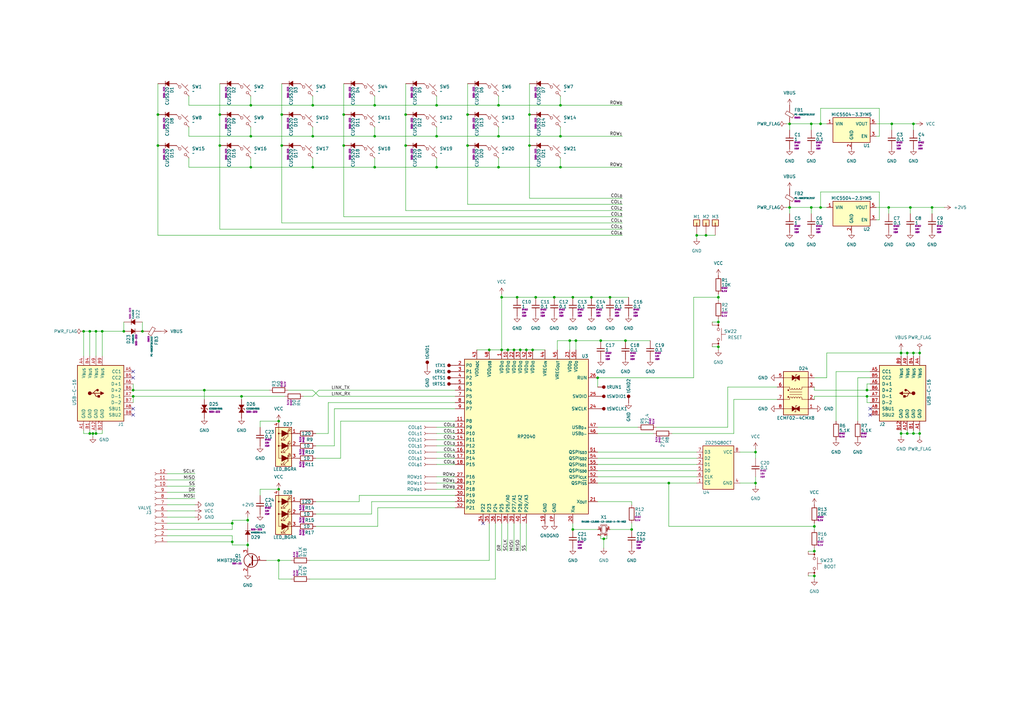
<source format=kicad_sch>
(kicad_sch (version 20231120) (generator "eeschema") (generator_version "8.0")
  (paper "A3")
  (junction (at 256.54 139.7))
  (junction (at 200.66 143.51))
  (junction (at 205.74 143.51))
  (junction (at 128.27 43.18))
  (junction (at 208.28 143.51))
  (junction (at 242.57 121.92))
  (junction (at 101.6 223.52))
  (junction (at 212.09 121.92))
  (junction (at 246.38 139.7))
  (junction (at 372.11 177.8))
  (junction (at 204.47 43.18))
  (junction (at 38.1 177.8))
  (junction (at 334.01 226.06))
  (junction (at 218.44 143.51))
  (junction (at 234.95 121.92))
  (junction (at 369.57 144.78))
  (junction (at 355.6 162.56))
  (junction (at 39.37 177.8))
  (junction (at 64.77 46.99))
  (junction (at 309.88 185.42))
  (junction (at 179.07 43.18))
  (junction (at 210.82 143.51))
  (junction (at 374.65 144.78))
  (junction (at 323.85 85.09))
  (junction (at 140.97 46.99))
  (junction (at 36.83 177.8))
  (junction (at 374.65 50.8))
  (junction (at 274.32 198.12))
  (junction (at 140.97 59.69))
  (junction (at 217.17 46.99))
  (junction (at 191.77 46.99))
  (junction (at 204.47 55.88))
  (junction (at 229.87 43.18))
  (junction (at 204.47 68.58))
  (junction (at 90.17 59.69))
  (junction (at 294.64 121.92))
  (junction (at 114.3 172.72))
  (junction (at 166.37 46.99))
  (junction (at 179.07 55.88))
  (junction (at 114.3 200.66))
  (junction (at 259.08 217.17))
  (junction (at 101.6 213.36))
  (junction (at 247.65 220.98))
  (junction (at 41.91 135.89))
  (junction (at 233.68 139.7))
  (junction (at 382.27 85.09))
  (junction (at 39.37 135.89))
  (junction (at 115.57 59.69))
  (junction (at 99.06 162.56))
  (junction (at 102.87 55.88))
  (junction (at 153.67 43.18))
  (junction (at 213.36 143.51))
  (junction (at 245.11 154.94))
  (junction (at 227.33 121.92))
  (junction (at 215.9 143.51))
  (junction (at 365.76 50.8))
  (junction (at 336.55 50.8))
  (junction (at 285.75 96.52))
  (junction (at 355.6 160.02))
  (junction (at 309.88 198.12))
  (junction (at 90.17 46.99))
  (junction (at 334.01 215.9))
  (junction (at 83.82 160.02))
  (junction (at 114.3 229.87))
  (junction (at 58.42 135.89))
  (junction (at 364.49 85.09))
  (junction (at 219.71 121.92))
  (junction (at 236.22 139.7))
  (junction (at 234.95 217.17))
  (junction (at 374.65 177.8))
  (junction (at 294.64 142.24))
  (junction (at 191.77 59.69))
  (junction (at 336.55 85.09))
  (junction (at 377.19 144.78))
  (junction (at 217.17 59.69))
  (junction (at 323.85 50.8))
  (junction (at 179.07 68.58))
  (junction (at 373.38 85.09))
  (junction (at 128.27 55.88))
  (junction (at 377.19 177.8))
  (junction (at 372.11 144.78))
  (junction (at 115.57 46.99))
  (junction (at 95.25 214.63))
  (junction (at 34.29 135.89))
  (junction (at 294.64 132.08))
  (junction (at 229.87 55.88))
  (junction (at 50.8 135.89))
  (junction (at 64.77 59.69))
  (junction (at 128.27 68.58))
  (junction (at 250.19 121.92))
  (junction (at 102.87 68.58))
  (junction (at 334.01 236.22))
  (junction (at 332.74 85.09))
  (junction (at 205.74 121.92))
  (junction (at 54.61 162.56))
  (junction (at 54.61 160.02))
  (junction (at 166.37 59.69))
  (junction (at 95.25 222.25))
  (junction (at 289.56 96.52))
  (junction (at 332.74 50.8))
  (junction (at 153.67 68.58))
  (junction (at 229.87 68.58))
  (junction (at 102.87 43.18))
  (junction (at 36.83 135.89))
  (junction (at 153.67 55.88))
  (junction (at 369.57 177.8))
  (no_connect (at 54.61 167.64))
  (no_connect (at 198.12 214.63))
  (no_connect (at 356.87 167.64))
  (no_connect (at 356.87 170.18))
  (no_connect (at 54.61 152.4))
  (no_connect (at 54.61 154.94))
  (no_connect (at 54.61 170.18))
  (wire (pts (xy 204.47 68.58) (xy 229.87 68.58)))
  (wire (pts (xy 298.45 158.75) (xy 298.45 175.26)))
  (wire (pts (xy 106.68 172.72) (xy 114.3 172.72)))
  (wire (pts (xy 334.01 162.56) (xy 355.6 162.56)))
  (wire (pts (xy 245.11 190.5) (xy 285.75 190.5)))
  (wire (pts (xy 54.61 157.48) (xy 54.61 160.02)))
  (wire (pts (xy 245.11 185.42) (xy 285.75 185.42)))
  (wire (pts (xy 360.68 78.74) (xy 336.55 78.74)))
  (wire (pts (xy 38.1 177.8) (xy 38.1 179.07)))
  (wire (pts (xy 233.68 139.7) (xy 233.68 143.51)))
  (wire (pts (xy 80.01 207.01) (xy 68.58 207.01)))
  (wire (pts (xy 205.74 120.65) (xy 205.74 121.92)))
  (wire (pts (xy 128.27 160.02) (xy 130.81 162.56)))
  (wire (pts (xy 137.16 167.64) (xy 186.69 167.64)))
  (wire (pts (xy 153.67 55.88) (xy 179.07 55.88)))
  (wire (pts (xy 246.38 139.7) (xy 256.54 139.7)))
  (wire (pts (xy 128.27 52.07) (xy 128.27 55.88)))
  (wire (pts (xy 205.74 121.92) (xy 212.09 121.92)))
  (wire (pts (xy 342.9 152.4) (xy 356.87 152.4)))
  (wire (pts (xy 106.68 200.66) (xy 106.68 203.2)))
  (wire (pts (xy 355.6 160.02) (xy 356.87 160.02)))
  (wire (pts (xy 83.82 160.02) (xy 54.61 160.02)))
  (wire (pts (xy 147.32 203.2) (xy 147.32 205.74)))
  (wire (pts (xy 166.37 34.29) (xy 166.37 46.99)))
  (wire (pts (xy 374.65 50.8) (xy 374.65 53.34)))
  (wire (pts (xy 101.6 223.52) (xy 101.6 224.79)))
  (wire (pts (xy 90.17 46.99) (xy 90.17 59.69)))
  (wire (pts (xy 377.19 177.8) (xy 377.19 176.53)))
  (wire (pts (xy 50.8 132.08) (xy 50.8 135.89)))
  (wire (pts (xy 102.87 55.88) (xy 128.27 55.88)))
  (wire (pts (xy 41.91 135.89) (xy 50.8 135.89)))
  (wire (pts (xy 119.38 229.87) (xy 114.3 229.87)))
  (wire (pts (xy 140.97 59.69) (xy 140.97 88.9)))
  (wire (pts (xy 217.17 34.29) (xy 217.17 46.99)))
  (wire (pts (xy 351.79 154.94) (xy 351.79 172.72)))
  (wire (pts (xy 300.99 163.83) (xy 318.77 163.83)))
  (wire (pts (xy 245.11 187.96) (xy 285.75 187.96)))
  (wire (pts (xy 336.55 50.8) (xy 339.09 50.8)))
  (wire (pts (xy 179.07 185.42) (xy 186.69 185.42)))
  (wire (pts (xy 95.25 217.17) (xy 68.58 217.17)))
  (wire (pts (xy 186.69 203.2) (xy 147.32 203.2)))
  (wire (pts (xy 153.67 68.58) (xy 179.07 68.58)))
  (wire (pts (xy 64.77 46.99) (xy 64.77 59.69)))
  (wire (pts (xy 259.08 205.74) (xy 245.11 205.74)))
  (wire (pts (xy 284.48 154.94) (xy 245.11 154.94)))
  (wire (pts (xy 102.87 43.18) (xy 128.27 43.18)))
  (wire (pts (xy 115.57 34.29) (xy 115.57 46.99)))
  (wire (pts (xy 152.4 205.74) (xy 152.4 210.82)))
  (wire (pts (xy 245.11 154.94) (xy 245.11 158.75)))
  (wire (pts (xy 102.87 39.37) (xy 102.87 43.18)))
  (wire (pts (xy 355.6 162.56) (xy 355.6 165.1)))
  (wire (pts (xy 359.41 85.09) (xy 364.49 85.09)))
  (wire (pts (xy 204.47 43.18) (xy 229.87 43.18)))
  (wire (pts (xy 336.55 85.09) (xy 339.09 85.09)))
  (wire (pts (xy 322.58 85.09) (xy 323.85 85.09)))
  (wire (pts (xy 334.01 158.75) (xy 334.01 160.02)))
  (wire (pts (xy 153.67 43.18) (xy 179.07 43.18)))
  (wire (pts (xy 34.29 177.8) (xy 36.83 177.8)))
  (wire (pts (xy 372.11 177.8) (xy 374.65 177.8)))
  (wire (pts (xy 179.07 190.5) (xy 186.69 190.5)))
  (wire (pts (xy 39.37 176.53) (xy 39.37 177.8)))
  (wire (pts (xy 166.37 46.99) (xy 166.37 59.69)))
  (wire (pts (xy 294.64 121.92) (xy 284.48 121.92)))
  (wire (pts (xy 64.77 96.52) (xy 255.27 96.52)))
  (wire (pts (xy 303.53 198.12) (xy 309.88 198.12)))
  (wire (pts (xy 106.68 172.72) (xy 106.68 175.26)))
  (wire (pts (xy 119.38 237.49) (xy 114.3 237.49)))
  (wire (pts (xy 247.65 220.98) (xy 247.65 224.79)))
  (wire (pts (xy 204.47 39.37) (xy 204.47 43.18)))
  (wire (pts (xy 204.47 52.07) (xy 204.47 55.88)))
  (wire (pts (xy 134.62 177.8) (xy 129.54 177.8)))
  (wire (pts (xy 364.49 85.09) (xy 364.49 87.63)))
  (wire (pts (xy 373.38 85.09) (xy 373.38 87.63)))
  (wire (pts (xy 323.85 85.09) (xy 332.74 85.09)))
  (wire (pts (xy 334.01 160.02) (xy 355.6 160.02)))
  (wire (pts (xy 303.53 185.42) (xy 309.88 185.42)))
  (wire (pts (xy 204.47 64.77) (xy 204.47 68.58)))
  (wire (pts (xy 219.71 121.92) (xy 212.09 121.92)))
  (wire (pts (xy 336.55 50.8) (xy 332.74 50.8)))
  (wire (pts (xy 294.64 143.51) (xy 294.64 142.24)))
  (wire (pts (xy 179.07 195.58) (xy 186.69 195.58)))
  (wire (pts (xy 259.08 207.01) (xy 259.08 205.74)))
  (wire (pts (xy 228.6 139.7) (xy 233.68 139.7)))
  (wire (pts (xy 294.64 121.92) (xy 294.64 123.19)))
  (wire (pts (xy 139.7 187.96) (xy 129.54 187.96)))
  (wire (pts (xy 229.87 39.37) (xy 229.87 43.18)))
  (wire (pts (xy 101.6 213.36) (xy 95.25 213.36)))
  (wire (pts (xy 90.17 34.29) (xy 90.17 46.99)))
  (wire (pts (xy 298.45 175.26) (xy 269.24 175.26)))
  (wire (pts (xy 342.9 152.4) (xy 342.9 172.72)))
  (wire (pts (xy 323.85 85.09) (xy 323.85 87.63)))
  (wire (pts (xy 179.07 200.66) (xy 186.69 200.66)))
  (wire (pts (xy 359.41 50.8) (xy 365.76 50.8)))
  (wire (pts (xy 332.74 50.8) (xy 332.74 53.34)))
  (wire (pts (xy 77.47 55.88) (xy 102.87 55.88)))
  (wire (pts (xy 242.57 121.92) (xy 234.95 121.92)))
  (wire (pts (xy 339.09 154.94) (xy 334.01 154.94)))
  (wire (pts (xy 309.88 199.39) (xy 309.88 198.12)))
  (wire (pts (xy 339.09 144.78) (xy 339.09 154.94)))
  (wire (pts (xy 36.83 177.8) (xy 38.1 177.8)))
  (wire (pts (xy 153.67 39.37) (xy 153.67 43.18)))
  (wire (pts (xy 140.97 46.99) (xy 140.97 59.69)))
  (wire (pts (xy 292.1 142.24) (xy 294.64 142.24)))
  (wire (pts (xy 36.83 176.53) (xy 36.83 177.8)))
  (wire (pts (xy 300.99 177.8) (xy 275.59 177.8)))
  (wire (pts (xy 195.58 143.51) (xy 200.66 143.51)))
  (wire (pts (xy 213.36 143.51) (xy 215.9 143.51)))
  (wire (pts (xy 245.11 193.04) (xy 285.75 193.04)))
  (wire (pts (xy 186.69 165.1) (xy 134.62 165.1)))
  (wire (pts (xy 39.37 177.8) (xy 41.91 177.8)))
  (wire (pts (xy 309.88 184.15) (xy 309.88 185.42)))
  (wire (pts (xy 101.6 212.09) (xy 101.6 213.36)))
  (wire (pts (xy 115.57 91.44) (xy 255.27 91.44)))
  (wire (pts (xy 64.77 34.29) (xy 64.77 46.99)))
  (wire (pts (xy 115.57 59.69) (xy 115.57 91.44)))
  (wire (pts (xy 80.01 199.39) (xy 68.58 199.39)))
  (wire (pts (xy 285.75 97.79) (xy 285.75 96.52)))
  (wire (pts (xy 233.68 139.7) (xy 236.22 139.7)))
  (wire (pts (xy 114.3 237.49) (xy 114.3 229.87)))
  (wire (pts (xy 200.66 143.51) (xy 205.74 143.51)))
  (wire (pts (xy 205.74 121.92) (xy 205.74 143.51)))
  (wire (pts (xy 215.9 226.06) (xy 215.9 214.63)))
  (wire (pts (xy 365.76 50.8) (xy 365.76 53.34)))
  (wire (pts (xy 41.91 146.05) (xy 41.91 135.89)))
  (wire (pts (xy 99.06 162.56) (xy 116.84 162.56)))
  (wire (pts (xy 229.87 43.18) (xy 255.27 43.18)))
  (wire (pts (xy 236.22 139.7) (xy 236.22 143.51)))
  (wire (pts (xy 236.22 139.7) (xy 246.38 139.7)))
  (wire (pts (xy 95.25 213.36) (xy 95.25 214.63)))
  (wire (pts (xy 80.01 212.09) (xy 68.58 212.09)))
  (wire (pts (xy 247.65 220.98) (xy 246.38 220.98)))
  (wire (pts (xy 179.07 68.58) (xy 204.47 68.58)))
  (wire (pts (xy 322.58 50.8) (xy 323.85 50.8)))
  (wire (pts (xy 186.69 205.74) (xy 152.4 205.74)))
  (wire (pts (xy 245.11 175.26) (xy 261.62 175.26)))
  (wire (pts (xy 356.87 165.1) (xy 355.6 165.1)))
  (wire (pts (xy 115.57 46.99) (xy 115.57 59.69)))
  (wire (pts (xy 229.87 55.88) (xy 255.27 55.88)))
  (wire (pts (xy 218.44 143.51) (xy 223.52 143.51)))
  (wire (pts (xy 95.25 222.25) (xy 68.58 222.25)))
  (wire (pts (xy 191.77 59.69) (xy 191.77 83.82)))
  (wire (pts (xy 372.11 144.78) (xy 374.65 144.78)))
  (wire (pts (xy 140.97 88.9) (xy 255.27 88.9)))
  (wire (pts (xy 77.47 39.37) (xy 77.47 43.18)))
  (wire (pts (xy 128.27 68.58) (xy 153.67 68.58)))
  (wire (pts (xy 257.81 121.92) (xy 250.19 121.92)))
  (wire (pts (xy 179.07 175.26) (xy 186.69 175.26)))
  (wire (pts (xy 54.61 162.56) (xy 99.06 162.56)))
  (wire (pts (xy 129.54 210.82) (xy 152.4 210.82)))
  (wire (pts (xy 364.49 85.09) (xy 373.38 85.09)))
  (wire (pts (xy 128.27 43.18) (xy 153.67 43.18)))
  (wire (pts (xy 250.19 121.92) (xy 242.57 121.92)))
  (wire (pts (xy 360.68 90.17) (xy 359.41 90.17)))
  (wire (pts (xy 213.36 226.06) (xy 213.36 214.63)))
  (wire (pts (xy 179.07 43.18) (xy 204.47 43.18)))
  (wire (pts (xy 217.17 81.28) (xy 255.27 81.28)))
  (wire (pts (xy 124.46 162.56) (xy 128.27 162.56)))
  (wire (pts (xy 38.1 177.8) (xy 39.37 177.8)))
  (wire (pts (xy 259.08 217.17) (xy 259.08 214.63)))
  (wire (pts (xy 369.57 177.8) (xy 372.11 177.8)))
  (wire (pts (xy 200.66 229.87) (xy 127 229.87)))
  (wire (pts (xy 332.74 85.09) (xy 332.74 87.63)))
  (wire (pts (xy 309.88 198.12) (xy 309.88 195.58)))
  (wire (pts (xy 217.17 59.69) (xy 217.17 81.28)))
  (wire (pts (xy 128.27 64.77) (xy 128.27 68.58)))
  (wire (pts (xy 90.17 59.69) (xy 90.17 93.98)))
  (wire (pts (xy 285.75 96.52) (xy 289.56 96.52)))
  (wire (pts (xy 139.7 172.72) (xy 139.7 187.96)))
  (wire (pts (xy 191.77 83.82) (xy 255.27 83.82)))
  (wire (pts (xy 234.95 214.63) (xy 234.95 217.17)))
  (wire (pts (xy 245.11 198.12) (xy 274.32 198.12)))
  (wire (pts (xy 369.57 177.8) (xy 369.57 176.53)))
  (wire (pts (xy 374.65 144.78) (xy 374.65 146.05)))
  (wire (pts (xy 234.95 121.92) (xy 227.33 121.92)))
  (wire (pts (xy 80.01 209.55) (xy 68.58 209.55)))
  (wire (pts (xy 95.25 219.71) (xy 68.58 219.71)))
  (wire (pts (xy 377.19 177.8) (xy 377.19 179.07)))
  (wire (pts (xy 294.64 120.65) (xy 294.64 121.92)))
  (wire (pts (xy 229.87 68.58) (xy 255.27 68.58)))
  (wire (pts (xy 106.68 200.66) (xy 114.3 200.66)))
  (wire (pts (xy 323.85 50.8) (xy 323.85 53.34)))
  (wire (pts (xy 179.07 55.88) (xy 204.47 55.88)))
  (wire (pts (xy 179.07 182.88) (xy 186.69 182.88)))
  (wire (pts (xy 80.01 196.85) (xy 68.58 196.85)))
  (wire (pts (xy 215.9 143.51) (xy 218.44 143.51)))
  (wire (pts (xy 228.6 143.51) (xy 228.6 139.7)))
  (wire (pts (xy 372.11 144.78) (xy 372.11 146.05)))
  (wire (pts (xy 208.28 226.06) (xy 208.28 214.63)))
  (wire (pts (xy 153.67 52.07) (xy 153.67 55.88)))
  (wire (pts (xy 250.19 217.17) (xy 259.08 217.17)))
  (wire (pts (xy 102.87 52.07) (xy 102.87 55.88)))
  (wire (pts (xy 129.54 215.9) (xy 154.94 215.9)))
  (wire (pts (xy 95.25 222.25) (xy 95.25 223.52)))
  (wire (pts (xy 365.76 50.8) (xy 374.65 50.8)))
  (wire (pts (xy 382.27 85.09) (xy 387.35 85.09)))
  (wire (pts (xy 356.87 157.48) (xy 355.6 157.48)))
  (wire (pts (xy 179.07 187.96) (xy 186.69 187.96)))
  (wire (pts (xy 128.27 55.88) (xy 153.67 55.88)))
  (wire (pts (xy 137.16 182.88) (xy 129.54 182.88)))
  (wire (pts (xy 227.33 121.92) (xy 219.71 121.92)))
  (wire (pts (xy 331.47 236.22) (xy 334.01 236.22)))
  (wire (pts (xy 137.16 167.64) (xy 137.16 182.88)))
  (wire (pts (xy 179.07 177.8) (xy 186.69 177.8)))
  (wire (pts (xy 179.07 198.12) (xy 186.69 198.12)))
  (wire (pts (xy 245.11 195.58) (xy 285.75 195.58)))
  (wire (pts (xy 246.38 219.71) (xy 246.38 220.98)))
  (wire (pts (xy 54.61 162.56) (xy 54.61 165.1)))
  (wire (pts (xy 101.6 223.52) (xy 95.25 223.52)))
  (wire (pts (xy 292.1 132.08) (xy 294.64 132.08)))
  (wire (pts (xy 36.83 135.89) (xy 39.37 135.89)))
  (wire (pts (xy 64.77 59.69) (xy 64.77 96.52)))
  (wire (pts (xy 102.87 68.58) (xy 128.27 68.58)))
  (wire (pts (xy 130.81 160.02) (xy 186.69 160.02)))
  (wire (pts (xy 369.57 143.51) (xy 369.57 144.78)))
  (wire (pts (xy 332.74 85.09) (xy 336.55 85.09)))
  (wire (pts (xy 336.55 78.74) (xy 336.55 85.09)))
  (wire (pts (xy 34.29 146.05) (xy 34.29 135.89)))
  (wire (pts (xy 229.87 64.77) (xy 229.87 68.58)))
  (wire (pts (xy 186.69 208.28) (xy 154.94 208.28)))
  (wire (pts (xy 154.94 208.28) (xy 154.94 215.9)))
  (wire (pts (xy 205.74 226.06) (xy 205.74 214.63)))
  (wire (pts (xy 34.29 135.89) (xy 36.83 135.89)))
  (wire (pts (xy 80.01 194.31) (xy 68.58 194.31)))
  (wire (pts (xy 369.57 179.07) (xy 369.57 177.8)))
  (wire (pts (xy 153.67 64.77) (xy 153.67 68.58)))
  (wire (pts (xy 101.6 222.25) (xy 101.6 223.52)))
  (wire (pts (xy 377.19 144.78) (xy 377.19 146.05)))
  (wire (pts (xy 374.65 144.78) (xy 377.19 144.78)))
  (wire (pts (xy 360.68 55.88) (xy 360.68 44.45)))
  (wire (pts (xy 179.07 39.37) (xy 179.07 43.18)))
  (wire (pts (xy 355.6 162.56) (xy 356.87 162.56)))
  (wire (pts (xy 229.87 52.07) (xy 229.87 55.88)))
  (wire (pts (xy 179.07 64.77) (xy 179.07 68.58)))
  (wire (pts (xy 95.25 219.71) (xy 95.25 222.25)))
  (wire (pts (xy 83.82 160.02) (xy 83.82 163.83)))
  (wire (pts (xy 36.83 146.05) (xy 36.83 135.89)))
  (wire (pts (xy 355.6 157.48) (xy 355.6 160.02)))
  (wire (pts (xy 99.06 162.56) (xy 99.06 163.83)))
  (wire (pts (xy 369.57 144.78) (xy 372.11 144.78)))
  (wire (pts (xy 90.17 93.98) (xy 255.27 93.98)))
  (wire (pts (xy 248.92 220.98) (xy 247.65 220.98)))
  (wire (pts (xy 382.27 85.09) (xy 373.38 85.09)))
  (wire (pts (xy 334.01 226.06) (xy 334.01 224.79)))
  (wire (pts (xy 369.57 144.78) (xy 369.57 146.05)))
  (wire (pts (xy 186.69 172.72) (xy 139.7 172.72)))
  (wire (pts (xy 334.01 237.49) (xy 334.01 236.22)))
  (wire (pts (xy 210.82 226.06) (xy 210.82 214.63)))
  (wire (pts (xy 284.48 121.92) (xy 284.48 154.94)))
  (wire (pts (xy 41.91 176.53) (xy 41.91 177.8)))
  (wire (pts (xy 191.77 34.29) (xy 191.77 46.99)))
  (wire (pts (xy 80.01 204.47) (xy 68.58 204.47)))
  (wire (pts (xy 374.65 50.8) (xy 375.92 50.8)))
  (wire (pts (xy 334.01 214.63) (xy 334.01 215.9)))
  (wire (pts (xy 102.87 64.77) (xy 102.87 68.58)))
  (wire (pts (xy 356.87 154.94) (xy 351.79 154.94)))
  (wire (pts (xy 294.64 132.08) (xy 294.64 130.81)))
  (wire (pts (xy 256.54 139.7) (xy 266.7 139.7)))
  (wire (pts (xy 77.47 64.77) (xy 77.47 68.58)))
  (wire (pts (xy 360.68 44.45) (xy 336.55 44.45)))
  (wire (pts (xy 179.07 52.07) (xy 179.07 55.88)))
  (wire (pts (xy 234.95 217.17) (xy 245.11 217.17)))
  (wire (pts (xy 39.37 135.89) (xy 41.91 135.89)))
  (wire (pts (xy 128.27 162.56) (xy 130.81 160.02)))
  (wire (pts (xy 191.77 46.99) (xy 191.77 59.69)))
  (wire (pts (xy 334.01 215.9) (xy 274.32 215.9)))
  (wire (pts (xy 359.41 55.88) (xy 360.68 55.88)))
  (wire (pts (xy 369.57 144.78) (xy 339.09 144.78)))
  (wire (pts (xy 248.92 219.71) (xy 248.92 220.98)))
  (wire (pts (xy 77.47 43.18) (xy 102.87 43.18)))
  (wire (pts (xy 382.27 87.63) (xy 382.27 85.09)))
  (wire (pts (xy 374.65 177.8) (xy 377.19 177.8)))
  (wire (pts (xy 336.55 44.45) (xy 336.55 50.8)))
  (wire (pts (xy 200.66 229.87) (xy 200.66 214.63)))
  (wire (pts (xy 130.81 162.56) (xy 186.69 162.56)))
  (wire (pts (xy 372.11 177.8) (xy 372.11 176.53)))
  (wire (pts (xy 39.37 146.05) (xy 39.37 135.89)))
  (wire (pts (xy 166.37 86.36) (xy 255.27 86.36)))
  (wire (pts (xy 203.2 237.49) (xy 203.2 214.63)))
  (wire (pts (xy 80.01 201.93) (xy 68.58 201.93)))
  (wire (pts (xy 114.3 229.87) (xy 109.22 229.87)))
  (wire (pts (xy 208.28 143.51) (xy 210.82 143.51)))
  (wire (pts (xy 274.32 198.12) (xy 285.75 198.12)))
  (wire (pts (xy 58.42 132.08) (xy 58.42 135.89)))
  (wire (pts (xy 245.11 177.8) (xy 267.97 177.8)))
  (wire (pts (xy 309.88 185.42) (xy 309.88 187.96)))
  (wire (pts (xy 298.45 158.75) (xy 318.77 158.75)))
  (wire (pts (xy 334.01 162.56) (xy 334.01 163.83)))
  (wire (pts (xy 289.56 96.52) (xy 293.37 96.52)))
  (wire (pts (xy 377.19 144.78) (xy 377.19 143.51)))
  (wire (pts (xy 134.62 165.1) (xy 134.62 177.8)))
  (wire (pts (xy 95.25 214.63) (xy 95.25 217.17)))
  (wire (pts (xy 203.2 237.49) (xy 127 237.49)))
  (wire (pts (xy 210.82 143.51) (xy 213.36 143.51)))
  (wire (pts (xy 128.27 39.37) (xy 128.27 43.18)))
  (wire (pts (xy 166.37 59.69) (xy 166.37 86.36)))
  (wire (pts (xy 360.68 78.74) (xy 360.68 90.17)))
  (wire (pts (xy 274.32 198.12) (xy 274.32 215.9)))
  (wire (pts (xy 118.11 160.02) (xy 128.27 160.02)))
  (wire (pts (xy 129.54 205.74) (xy 147.32 205.74)))
  (wire (pts (xy 331.47 226.06) (xy 334.01 226.06)))
  (wire (pts (xy 205.74 143.51) (xy 208.28 143.51)))
  (wire (pts (xy 217.17 46.99) (xy 217.17 59.69)))
  (wire (pts (xy 204.47 55.88) (xy 229.87 55.88)))
  (wire (pts (xy 374.65 177.8) (xy 374.65 176.53)))
  (wire (pts (xy 334.01 215.9) (xy 334.01 217.17)))
  (wire (pts (xy 101.6 213.36) (xy 101.6 214.63)))
  (wire (pts (xy 77.47 68.58) (xy 102.87 68.58)))
  (wire (pts (xy 34.29 176.53) (xy 34.29 177.8)))
  (wire (pts (xy 323.85 50.8) (xy 332.74 50.8)))
  (wire (pts (xy 77.47 52.07) (xy 77.47 55.88)))
  (wire (pts (xy 140.97 34.29) (xy 140.97 46.99)))
  (wire (pts (xy 179.07 180.34) (xy 186.69 180.34)))
  (wire (pts (xy 95.25 214.63) (xy 68.58 214.63)))
  (wire (pts (xy 300.99 163.83) (xy 300.99 177.8)))
  (wire (pts (xy 110.49 160.02) (xy 83.82 160.02)))
  (label "DR" (at 205.74 226.06 90))
  (label "COL_{5}" (at 186.69 187.96 180))
  (label "ROW_{0}" (at 186.69 200.66 180))
  (label "ROW_{1}" (at 186.69 198.12 180))
  (label "COL_{4}" (at 186.69 185.42 180))
  (label "DR" (at 80.01 201.93 180))
  (label "COL_{4}" (at 255.27 91.44 180))
  (label "COL_{6}" (at 255.27 96.52 180))
  (label "COL_{0}" (at 255.27 81.28 180))
  (label "SS" (at 215.9 226.06 90))
  (label "COL_{1}" (at 255.27 83.82 180))
  (label "MOSI" (at 210.82 226.06 90))
  (label "LINK_RX" (at 135.89 162.56 0))
  (label "SCLK" (at 208.28 226.06 90))
  (label "COL_{1}" (at 186.69 177.8 180))
  (label "COL_{2}" (at 255.27 86.36 180))
  (label "LINK_TX" (at 135.89 160.02 0))
  (label "COL_{2}" (at 186.69 180.34 180))
  (label "COL_{5}" (at 255.27 93.98 180))
  (label "ROW_{2}" (at 255.27 68.58 180))
  (label "COL_{3}" (at 255.27 88.9 180))
  (label "ROW_{2}" (at 186.69 195.58 180))
  (label "MISO" (at 80.01 196.85 180))
  (label "ROW_{1}" (at 255.27 55.88 180))
  (label "COL_{3}" (at 186.69 182.88 180))
  (label "MISO" (at 213.36 226.06 90))
  (label "SS" (at 80.01 199.39 180))
  (label "COL_{6}" (at 186.69 190.5 180))
  (label "COL_{0}" (at 186.69 175.26 180))
  (label "MOSI" (at 80.01 204.47 180))
  (label "SCLK" (at 80.01 194.31 180))
  (label "ROW_{0}" (at 255.27 43.18 180))
  (symbol (lib_id "amosis:FB") (at 62.23 135.89 270) (unit 1)
    (property "Reference" "FB3" (at 64.135 137.795 0) (effects (justify left)))
    (property "Value" "PE-0603FB121ST" (at 62.23 137.795 0) (effects (font (size 0.63 0.63)) (justify left)))
    (property "Footprint" "fp:L_0603" (effects (hide yes)))
    (property "Description" "Ferrite bead, small symbol" (effects (hide yes)))
    (property "Package" "0603" (at 60.96 137.795 0) (effects (font (size 0.635 0.635)) (justify left)))
  )
  (symbol (lib_id "power:GND") (at 318.77 154.94 270) (unit 1)
    (property "Reference" "#PWR033" (effects (hide yes)))
    (property "Value" "GND" (at 314.96 154.94 90) (effects (justify right)))
    (property "Description" "Power symbol creates a global label with name \"GND\" , ground" (effects (hide yes)))
  )
  (symbol (lib_id "amosis:C") (at 212.09 125.73 0) (unit 1)
    (property "Reference" "C10" (at 213.995 123.825 0) (effects (justify left)))
    (property "Value" "1" (at 213.995 125.73 0) (effects (justify left)))
    (property "Footprint" "fp:C_0402" (effects (hide yes)))
    (property "Tempco" "X5R" (at 213.995 129.54 0) (effects (font (size 0.63 0.63)) (justify left)))
    (property "Voltage" "10V" (at 213.995 128.27 0) (effects (font (size 0.63 0.63)) (justify left)))
    (property "Package" "0402" (at 213.995 127 0) (effects (font (size 0.635 0.635)) (justify left)))
  )
  (symbol (lib_id "amosis:SW_Push_45deg") (at 125.73 49.53 0) (unit 1)
    (property "Reference" "SW10" (at 129.54 48.26 0) (effects (justify left)))
    (property "Value" "~" (at 129.54 50.165 0) (effects (justify left)))
    (property "Footprint" "fp:SW_Cherry_MX1A_1.00u_Plate_Centered" (effects (hide yes)))
  )
  (symbol (lib_id "amosis:SW_Push_45deg") (at 176.53 36.83 0) (unit 1)
    (property "Reference" "SW5" (at 180.34 35.56 0) (effects (justify left)))
    (property "Value" "~" (at 180.34 37.465 0) (effects (justify left)))
    (property "Footprint" "fp:SW_Cherry_MX1A_1.00u_Plate_Centered" (effects (hide yes)))
  )
  (symbol (lib_id "amosis:C") (at 234.95 220.98 0) (unit 1)
    (property "Reference" "C21" (at 236.855 219.075 0) (effects (justify left)))
    (property "Value" "14p" (at 236.855 220.98 0) (effects (justify left)))
    (property "Footprint" "fp:C_0402" (effects (hide yes)))
    (property "Tempco" "X5R" (at 236.855 224.79 0) (effects (font (size 0.63 0.63)) (justify left)))
    (property "Voltage" "10V" (at 236.855 223.52 0) (effects (font (size 0.63 0.63)) (justify left)))
    (property "Package" "0402" (at 236.855 222.25 0) (effects (font (size 0.635 0.635)) (justify left)))
  )
  (symbol (lib_id "amosis:R") (at 294.64 127 0) (unit 1)
    (property "Reference" "R2" (at 295.91 125.095 0) (effects (justify left)))
    (property "Value" "1K" (at 295.91 127 0) (effects (justify left)))
    (property "Footprint" "fp:R_0402" (effects (hide yes)))
    (property "Package" "0402" (at 295.91 128.27 0) (effects (font (size 0.63 0.63)) (justify left)))
    (property "Power" "0.1W" (at 295.91 129.54 0) (effects (font (size 0.63 0.63)) (justify left)))
  )
  (symbol (lib_id "power:GND") (at 234.95 129.54 0) (unit 1)
    (property "Reference" "#PWR022" (effects (hide yes)))
    (property "Value" "GND" (at 234.95 134.62 0))
    (property "Description" "Power symbol creates a global label with name \"GND\" , ground" (effects (hide yes)))
  )
  (symbol (lib_id "amosis:C") (at 106.68 179.07 0) (unit 1)
    (property "Reference" "C23" (at 108.585 177.165 0) (effects (justify left)))
    (property "Value" "0.1" (at 108.585 179.07 0) (effects (justify left)))
    (property "Footprint" "fp:C_0402" (effects (hide yes)))
    (property "Tempco" "X5R" (at 108.585 182.88 0) (effects (font (size 0.63 0.63)) (justify left)))
    (property "Voltage" "10V" (at 108.585 181.61 0) (effects (font (size 0.63 0.63)) (justify left)))
    (property "Package" "0402" (at 108.585 180.34 0) (effects (font (size 0.635 0.635)) (justify left)))
  )
  (symbol (lib_id "power:VBUS") (at 369.57 143.51 0) (unit 1)
    (property "Reference" "#PWR028" (effects (hide yes)))
    (property "Value" "VBUS" (at 369.57 138.43 0))
    (property "Description" "Power symbol creates a global label with name \"VBUS\"" (effects (hide yes)))
  )
  (symbol (lib_id "amosis:D") (at 54.61 132.08 270) (mirror x) (unit 1)
    (property "Reference" "D22" (at 56.515 130.81 0) (effects (justify left)))
    (property "Value" "CUS520" (at 54.61 130.81 0) (effects (font (size 0.63 0.63)) (justify left)))
    (property "Footprint" "fp:SOD-323" (effects (hide yes)))
    (property "Package" "SOD-323" (at 53.34 130.81 0) (effects (font (size 0.635 0.635)) (justify left)))
  )
  (symbol (lib_id "power:GND") (at 382.27 95.25 0) (unit 1)
    (property "Reference" "#PWR015" (effects (hide yes)))
    (property "Value" "GND" (at 382.27 100.33 0))
    (property "Description" "Power symbol creates a global label with name \"GND\" , ground" (effects (hide yes)))
  )
  (symbol (lib_id "power:VCC") (at 205.74 120.65 0) (unit 1)
    (property "Reference" "#PWR018" (effects (hide yes)))
    (property "Value" "VCC" (at 205.74 115.57 0))
    (property "Description" "Power symbol creates a global label with name \"VCC\"" (effects (hide yes)))
  )
  (symbol (lib_id "amosis:D") (at 119.38 59.69 270) (unit 1)
    (property "Reference" "D17" (at 121.285 60.96 0) (effects (justify left)))
    (property "Value" "CUS520" (at 119.38 60.96 0) (effects (justify left)))
    (property "Footprint" "fp:SOD-323" (effects (hide yes)))
    (property "Package" "SOD-323" (at 118.11 60.96 0) (effects (font (size 0.635 0.635)) (justify left)))
  )
  (symbol (lib_id "power:GND") (at 101.6 234.95 0) (mirror y) (unit 1)
    (property "Reference" "#PWR057" (effects (hide yes)))
    (property "Value" "GND" (at 101.6 240.03 0))
    (property "Description" "Power symbol creates a global label with name \"GND\" , ground" (effects (hide yes)))
  )
  (symbol (lib_id "amosis:MountingHole") (at 285.75 91.44 0) (unit 1)
    (property "Reference" "M1" (at 285.75 88.9 0))
    (property "Value" "GND" (effects (hide yes)))
    (property "Footprint" "fp:MountingHole_M2_Pad" (effects (hide yes)))
  )
  (symbol (lib_id "amosis:SW_Push_45deg") (at 74.93 49.53 0) (unit 1)
    (property "Reference" "SW8" (at 78.74 48.26 0) (effects (justify left)))
    (property "Value" "~" (at 78.74 50.165 0) (effects (justify left)))
    (property "Footprint" "fp:SW_Cherry_MX1A_1.00u_Plate_Centered" (effects (hide yes)))
  )
  (symbol (lib_id "power:GND") (at 83.82 171.45 0) (unit 1)
    (property "Reference" "#PWR037" (effects (hide yes)))
    (property "Value" "GND" (at 83.82 176.53 0))
    (property "Description" "Power symbol creates a global label with name \"GND\" , ground" (effects (hide yes)))
  )
  (symbol (lib_id "amosis:R") (at 351.79 176.53 0) (unit 1)
    (property "Reference" "R7" (at 353.06 174.625 0) (effects (justify left)))
    (property "Value" "5.1K" (at 353.06 176.53 0) (effects (justify left)))
    (property "Footprint" "fp:R_0402" (effects (hide yes)))
    (property "Package" "0402" (at 353.06 177.8 0) (effects (font (size 0.63 0.63)) (justify left)))
    (property "Power" "0.1W" (at 353.06 179.07 0) (effects (font (size 0.63 0.63)) (justify left)))
  )
  (symbol (lib_id "amosis:TP") (at 184.15 154.94 180) (unit 1)
    (property "Reference" "tCTS1" (at 182.88 154.94 0) (effects (justify left)))
    (property "Value" "CTS" (effects (hide yes)))
    (property "Footprint" "fp:TestPoint" (effects (hide yes)))
    (property "Description" "test point" (effects (hide yes)))
  )
  (symbol (lib_id "amosis:D") (at 170.18 59.69 270) (unit 1)
    (property "Reference" "D19" (at 172.085 60.96 0) (effects (justify left)))
    (property "Value" "CUS520" (at 170.18 60.96 0) (effects (justify left)))
    (property "Footprint" "fp:SOD-323" (effects (hide yes)))
    (property "Package" "SOD-323" (at 168.91 60.96 0) (effects (font (size 0.635 0.635)) (justify left)))
  )
  (symbol (lib_id "power:GND") (at 294.64 143.51 0) (unit 1)
    (property "Reference" "#PWR027" (effects (hide yes)))
    (property "Value" "GND" (at 294.64 148.59 0))
    (property "Description" "Power symbol creates a global label with name \"GND\" , ground" (effects (hide yes)))
  )
  (symbol (lib_id "amosis:SW_Push_45deg") (at 227.33 62.23 0) (unit 1)
    (property "Reference" "SW21" (at 231.14 60.96 0) (effects (justify left)))
    (property "Value" "~" (at 231.14 62.865 0) (effects (justify left)))
    (property "Footprint" "fp:SW_Cherry_MX1A_1.00u_Plate_Centered" (effects (hide yes)))
  )
  (symbol (lib_id "amosis:SW_Push_45deg") (at 74.93 62.23 0) (unit 1)
    (property "Reference" "SW15" (at 78.74 60.96 0) (effects (justify left)))
    (property "Value" "~" (at 78.74 62.865 0) (effects (justify left)))
    (property "Footprint" "fp:SW_Cherry_MX1A_1.00u_Plate_Centered" (effects (hide yes)))
  )
  (symbol (lib_id "amosis:R") (at 120.65 162.56 270) (unit 1)
    (property "Reference" "R4" (at 122.555 163.83 0) (effects (justify left)))
    (property "Value" "50" (at 120.65 163.83 0) (effects (justify left)))
    (property "Footprint" "fp:R_0402" (effects (hide yes)))
    (property "Package" "0402" (at 119.38 163.83 0) (effects (font (size 0.63 0.63)) (justify left)))
    (property "Power" "0.1W" (at 118.11 163.83 0) (effects (font (size 0.63 0.63)) (justify left)))
  )
  (symbol (lib_id "amosis:C") (at 256.54 143.51 0) (unit 1)
    (property "Reference" "C18" (at 258.445 141.605 0) (effects (justify left)))
    (property "Value" "0.1" (at 258.445 143.51 0) (effects (justify left)))
    (property "Footprint" "fp:C_0402" (effects (hide yes)))
    (property "Tempco" "X5R" (at 258.445 147.32 0) (effects (font (size 0.63 0.63)) (justify left)))
    (property "Voltage" "10V" (at 258.445 146.05 0) (effects (font (size 0.63 0.63)) (justify left)))
    (property "Package" "0402" (at 258.445 144.78 0) (effects (font (size 0.635 0.635)) (justify left)))
  )
  (symbol (lib_id "amosis:C") (at 373.38 91.44 0) (unit 1)
    (property "Reference" "C8" (at 375.285 89.535 0) (effects (justify left)))
    (property "Value" "1" (at 375.285 91.44 0) (effects (justify left)))
    (property "Footprint" "fp:C_0402" (effects (hide yes)))
    (property "Tempco" "X5R" (at 375.285 95.25 0) (effects (font (size 0.63 0.63)) (justify left)))
    (property "Voltage" "10V" (at 375.285 93.98 0) (effects (font (size 0.63 0.63)) (justify left)))
    (property "Package" "0402" (at 375.285 92.71 0) (effects (font (size 0.635 0.635)) (justify left)))
  )
  (symbol (lib_id "power:VCC") (at 334.01 207.01 0) (unit 1)
    (property "Reference" "#PWR048" (effects (hide yes)))
    (property "Value" "VCC" (at 334.01 201.93 0))
    (property "Description" "Power symbol creates a global label with name \"VCC\"" (effects (hide yes)))
  )
  (symbol (lib_id "amosis:C") (at 227.33 125.73 0) (unit 1)
    (property "Reference" "C12" (at 229.235 123.825 0) (effects (justify left)))
    (property "Value" "0.1" (at 229.235 125.73 0) (effects (justify left)))
    (property "Footprint" "fp:C_0402" (effects (hide yes)))
    (property "Tempco" "X5R" (at 229.235 129.54 0) (effects (font (size 0.63 0.63)) (justify left)))
    (property "Voltage" "10V" (at 229.235 128.27 0) (effects (font (size 0.63 0.63)) (justify left)))
    (property "Package" "0402" (at 229.235 127 0) (effects (font (size 0.635 0.635)) (justify left)))
  )
  (symbol (lib_id "amosis:R") (at 114.3 160.02 90) (unit 1)
    (property "Reference" "R3" (at 112.395 158.75 0) (effects (justify left)))
    (property "Value" "50" (at 114.3 158.75 0) (effects (justify left)))
    (property "Footprint" "fp:R_0402" (effects (hide yes)))
    (property "Package" "0402" (at 115.57 158.75 0) (effects (font (size 0.63 0.63)) (justify left)))
    (property "Power" "0.1W" (at 116.84 158.75 0) (effects (font (size 0.63 0.63)) (justify left)))
  )
  (symbol (lib_id "power:GND") (at 242.57 129.54 0) (unit 1)
    (property "Reference" "#PWR023" (effects (hide yes)))
    (property "Value" "GND" (at 242.57 134.62 0))
    (property "Description" "Power symbol creates a global label with name \"GND\" , ground" (effects (hide yes)))
  )
  (symbol (lib_id "amosis:FFC_12") (at 63.5 209.55 180) (unit 1)
    (property "Reference" "J3" (at 62.23 210.185 0) (effects (justify left)))
    (property "Value" "VALVE" (at 62.23 208.28 0) (effects (justify left)))
    (property "Footprint" "fp:FFC_GCT_FFC2B28-12-G" (effects (hide yes)))
    (property "Description" "Flat-flex connector, 12 conducuctor" (effects (hide yes)))
  )
  (symbol (lib_id "power:PWR_FLAG") (at 377.19 143.51 0) (unit 1)
    (property "Reference" "#FLG04" (effects (hide yes)))
    (property "Value" "PWR_FLAG" (at 377.19 138.43 0))
    (property "Description" "Special symbol for telling ERC where power comes from" (effects (hide yes)))
  )
  (symbol (lib_id "amosis:SW_Push_45deg") (at 125.73 36.83 0) (unit 1)
    (property "Reference" "SW3" (at 129.54 35.56 0) (effects (justify left)))
    (property "Value" "~" (at 129.54 37.465 0) (effects (justify left)))
    (property "Footprint" "fp:SW_Cherry_MX1A_1.00u_Plate_Centered" (effects (hide yes)))
  )
  (symbol (lib_id "amosis:SW_Push_45deg") (at 227.33 49.53 0) (unit 1)
    (property "Reference" "SW14" (at 231.14 48.26 0) (effects (justify left)))
    (property "Value" "~" (at 231.14 50.165 0) (effects (justify left)))
    (property "Footprint" "fp:SW_Cherry_MX1A_1.00u_Plate_Centered" (effects (hide yes)))
  )
  (symbol (lib_id "amosis:ZD25Q80CT") (at 294.64 191.77 0) (unit 1)
    (property "Reference" "U4" (at 288.29 201.93 0) (effects (justify left)))
    (property "Value" "ZD25Q80CT" (at 294.64 181.61 0))
    (property "Footprint" "fp:SOP-8-4.9x3.9-P1.27" (effects (hide yes)))
    (property "Datasheet" "https://datasheet.lcsc.com/lcsc/2211020930_Zetta-ZD25Q80CTIGT_C5221307.pdf" (effects (hide yes)))
  )
  (symbol (lib_id "power:GND") (at 374.65 60.96 0) (unit 1)
    (property "Reference" "#PWR07" (effects (hide yes)))
    (property "Value" "GND" (at 374.65 66.04 0))
    (property "Description" "Power symbol creates a global label with name \"GND\" , ground" (effects (hide yes)))
  )
  (symbol (lib_id "amosis:FB") (at 323.85 81.28 0) (unit 1)
    (property "Reference" "FB2" (at 325.755 79.375 0) (effects (justify left)))
    (property "Value" "PE-0603FB121ST" (at 325.755 81.28 0) (effects (font (size 0.63 0.63)) (justify left)))
    (property "Footprint" "fp:L_0603" (effects (hide yes)))
    (property "Description" "Ferrite bead, small symbol" (effects (hide yes)))
    (property "Package" "0603" (at 325.755 82.55 0) (effects (font (size 0.635 0.635)) (justify left)))
  )
  (symbol (lib_id "amosis:LED_BGRA") (at 116.84 182.88 180) (unit 1)
    (property "Reference" "D27" (at 120.015 173.99 0) (effects (justify left)))
    (property "Value" "LED_BGRA" (at 116.84 192.405 0))
    (property "Footprint" "fp:Harvatek-B3233GBR-20" (effects (hide yes)))
    (property "Description" "RGB LED, blue/green/red/anode" (effects (hide yes)))
  )
  (symbol (lib_id "power:GND") (at 342.9 180.34 0) (unit 1)
    (property "Reference" "#PWR042" (effects (hide yes)))
    (property "Value" "GND" (at 342.9 185.42 0))
    (property "Description" "Power symbol creates a global label with name \"GND\" , ground" (effects (hide yes)))
  )
  (symbol (lib_id "amosis:TP") (at 184.15 157.48 180) (unit 1)
    (property "Reference" "tRTS1" (at 182.88 157.48 0) (effects (justify left)))
    (property "Value" "RTS" (effects (hide yes)))
    (property "Footprint" "fp:TestPoint" (effects (hide yes)))
    (property "Description" "test point" (effects (hide yes)))
  )
  (symbol (lib_id "amosis:TP") (at 184.15 149.86 180) (unit 1)
    (property "Reference" "tTX1" (at 182.88 149.86 0) (effects (justify left)))
    (property "Value" "TX" (effects (hide yes)))
    (property "Footprint" "fp:TestPoint" (effects (hide yes)))
    (property "Description" "test point" (effects (hide yes)))
  )
  (symbol (lib_id "amosis:SW_Push_45deg") (at 201.93 49.53 0) (unit 1)
    (property "Reference" "SW13" (at 205.74 48.26 0) (effects (justify left)))
    (property "Value" "~" (at 205.74 50.165 0) (effects (justify left)))
    (property "Footprint" "fp:SW_Cherry_MX1A_1.00u_Plate_Centered" (effects (hide yes)))
  )
  (symbol (lib_id "amosis:R") (at 125.73 210.82 270) (unit 1)
    (property "Reference" "R15" (at 127 213.36 90))
    (property "Value" "10" (at 124.46 210.82 90) (effects (justify left)))
    (property "Footprint" "fp:R_0402" (effects (hide yes)))
    (property "Package" "0402" (at 124.46 212.09 0) (effects (font (size 0.63 0.63)) (justify left)))
    (property "Power" "0.1W" (at 123.19 212.09 0) (effects (font (size 0.63 0.63)) (justify left)))
  )
  (symbol (lib_id "power:GND") (at 234.95 224.79 0) (unit 1)
    (property "Reference" "#PWR054" (effects (hide yes)))
    (property "Value" "GND" (at 234.95 229.87 0))
    (property "Description" "Power symbol creates a global label with name \"GND\" , ground" (effects (hide yes)))
  )
  (symbol (lib_id "amosis:R") (at 334.01 220.98 0) (unit 1)
    (property "Reference" "R16" (at 335.28 219.075 0) (effects (justify left)))
    (property "Value" "1K" (at 335.28 220.98 0) (effects (justify left)))
    (property "Footprint" "fp:R_0402" (effects (hide yes)))
    (property "Package" "0402" (at 335.28 222.25 0) (effects (font (size 0.63 0.63)) (justify left)))
    (property "Power" "0.1W" (at 335.28 223.52 0) (effects (font (size 0.63 0.63)) (justify left)))
  )
  (symbol (lib_id "power:GND") (at 334.01 167.64 90) (unit 1)
    (property "Reference" "#PWR036" (effects (hide yes)))
    (property "Value" "GND" (at 337.82 167.6399 90) (effects (justify right)))
    (property "Description" "Power symbol creates a global label with name \"GND\" , ground" (effects (hide yes)))
  )
  (symbol (lib_id "amosis:D") (at 220.98 46.99 270) (unit 1)
    (property "Reference" "D14" (at 222.885 48.26 0) (effects (justify left)))
    (property "Value" "CUS520" (at 220.98 48.26 0) (effects (justify left)))
    (property "Footprint" "fp:SOD-323" (effects (hide yes)))
    (property "Package" "SOD-323" (at 219.71 48.26 0) (effects (font (size 0.635 0.635)) (justify left)))
  )
  (symbol (lib_id "amosis:Conn_01x01_Socket") (at 173.99 195.58 0) (mirror y) (unit 1)
    (property "Reference" "ROW_{2}1" (at 173.355 195.58 0) (effects (justify left)))
    (property "Value" "ROW_{3}" (effects (hide yes)))
    (property "Footprint" "fp:PinHeader_1x01" (effects (hide yes)))
    (property "Description" "Generic connector, single row, 01x01, script generated" (effects (hide yes)))
  )
  (symbol (lib_id "amosis:TP") (at 247.65 158.75 0) (unit 1)
    (property "Reference" "tRUN1" (at 248.92 158.75 0) (effects (justify left)))
    (property "Value" "VCC" (effects (hide yes)))
    (property "Footprint" "fp:TestPoint" (effects (hide yes)))
    (property "Description" "test point" (effects (hide yes)))
  )
  (symbol (lib_id "power:GND") (at 332.74 95.25 0) (unit 1)
    (property "Reference" "#PWR011" (effects (hide yes)))
    (property "Value" "GND" (at 332.74 100.33 0))
    (property "Description" "Power symbol creates a global label with name \"GND\" , ground" (effects (hide yes)))
  )
  (symbol (lib_id "amosis:SW_Push_45deg") (at 100.33 36.83 0) (unit 1)
    (property "Reference" "SW2" (at 104.14 35.56 0) (effects (justify left)))
    (property "Value" "~" (at 104.14 37.465 0) (effects (justify left)))
    (property "Footprint" "fp:SW_Cherry_MX1A_1.00u_Plate_Centered" (effects (hide yes)))
  )
  (symbol (lib_id "amosis:D") (at 144.78 59.69 270) (unit 1)
    (property "Reference" "D18" (at 146.685 60.96 0) (effects (justify left)))
    (property "Value" "CUS520" (at 144.78 60.96 0) (effects (justify left)))
    (property "Footprint" "fp:SOD-323" (effects (hide yes)))
    (property "Package" "SOD-323" (at 143.51 60.96 0) (effects (font (size 0.635 0.635)) (justify left)))
  )
  (symbol (lib_id "power:GND") (at 323.85 95.25 0) (unit 1)
    (property "Reference" "#PWR010" (effects (hide yes)))
    (property "Value" "GND" (at 323.85 100.33 0))
    (property "Description" "Power symbol creates a global label with name \"GND\" , ground" (effects (hide yes)))
  )
  (symbol (lib_id "amosis:C") (at 259.08 220.98 0) (unit 1)
    (property "Reference" "C22" (at 260.985 219.075 0) (effects (justify left)))
    (property "Value" "14p" (at 260.985 220.98 0) (effects (justify left)))
    (property "Footprint" "fp:C_0402" (effects (hide yes)))
    (property "Tempco" "X5R" (at 260.985 224.79 0) (effects (font (size 0.63 0.63)) (justify left)))
    (property "Voltage" "10V" (at 260.985 223.52 0) (effects (font (size 0.63 0.63)) (justify left)))
    (property "Package" "0402" (at 260.985 222.25 0) (effects (font (size 0.635 0.635)) (justify left)))
  )
  (symbol (lib_id "power:PWR_FLAG") (at 34.29 135.89 90) (unit 1)
    (property "Reference" "#FLG03" (effects (hide yes)))
    (property "Value" "PWR_FLAG" (at 31.75 135.89 90) (effects (justify left)))
    (property "Description" "Special symbol for telling ERC where power comes from" (effects (hide yes)))
  )
  (symbol (lib_id "amosis:SW_Push_45deg") (at 176.53 62.23 0) (unit 1)
    (property "Reference" "SW19" (at 180.34 60.96 0) (effects (justify left)))
    (property "Value" "~" (at 180.34 62.865 0) (effects (justify left)))
    (property "Footprint" "fp:SW_Cherry_MX1A_1.00u_Plate_Centered" (effects (hide yes)))
  )
  (symbol (lib_id "amosis:SW_Push_45deg") (at 100.33 49.53 0) (unit 1)
    (property "Reference" "SW9" (at 104.14 48.26 0) (effects (justify left)))
    (property "Value" "~" (at 104.14 50.165 0) (effects (justify left)))
    (property "Footprint" "fp:SW_Cherry_MX1A_1.00u_Plate_Centered" (effects (hide yes)))
  )
  (symbol (lib_id "amosis:SW_Push") (at 294.64 137.16 270) (unit 1)
    (property "Reference" "SW22" (at 302.26 135.89 90) (effects (justify right)))
    (property "Value" "RESET" (at 298.45 138.43 90) (effects (justify left)))
    (property "Footprint" "fp:SW_CK_PTS526" (effects (hide yes)))
  )
  (symbol (lib_id "amosis:R") (at 123.19 229.87 270) (mirror x) (unit 1)
    (property "Reference" "R18" (at 125.095 228.6 0) (effects (justify left)))
    (property "Value" "5.1K" (at 123.19 228.6 0) (effects (justify left)))
    (property "Footprint" "fp:R_0402" (effects (hide yes)))
    (property "Package" "0402" (at 121.92 228.6 0) (effects (font (size 0.63 0.63)) (justify left)))
    (property "Power" "0.1W" (at 120.65 228.6 0) (effects (font (size 0.63 0.63)) (justify left)))
  )
  (symbol (lib_id "amosis:R") (at 271.78 177.8 270) (unit 1)
    (property "Reference" "R8" (at 273.685 179.07 0) (effects (justify left)))
    (property "Value" "27.4" (at 271.78 179.07 0) (effects (justify left)))
    (property "Footprint" "fp:R_0402" (effects (hide yes)))
    (property "Package" "0402" (at 270.51 179.07 0) (effects (font (size 0.63 0.63)) (justify left)))
    (property "Power" "0.1W" (at 269.24 179.07 0) (effects (font (size 0.63 0.63)) (justify left)))
  )
  (symbol (lib_id "power:VBUS") (at 66.04 135.89 270) (unit 1)
    (property "Reference" "#PWR026" (effects (hide yes)))
    (property "Value" "VBUS" (at 69.85 135.89 90) (effects (justify left)))
    (property "Description" "Power symbol creates a global label with name \"VBUS\"" (effects (hide yes)))
  )
  (symbol (lib_id "amosis:D") (at 68.58 46.99 270) (unit 1)
    (property "Reference" "D8" (at 70.485 48.26 0) (effects (justify left)))
    (property "Value" "CUS520" (at 68.58 48.26 0) (effects (justify left)))
    (property "Footprint" "fp:SOD-323" (effects (hide yes)))
    (property "Package" "SOD-323" (at 67.31 48.26 0) (effects (font (size 0.635 0.635)) (justify left)))
  )
  (symbol (lib_id "power:VCC") (at 114.3 172.72 0) (unit 1)
    (property "Reference" "#PWR040" (effects (hide yes)))
    (property "Value" "VCC" (at 114.3 167.64 0))
    (property "Description" "Power symbol creates a global label with name \"VCC\"" (effects (hide yes)))
  )
  (symbol (lib_id "amosis:C") (at 323.85 57.15 0) (unit 1)
    (property "Reference" "C1" (at 325.755 55.245 0) (effects (justify left)))
    (property "Value" "1" (at 325.755 57.15 0) (effects (justify left)))
    (property "Footprint" "fp:C_0402" (effects (hide yes)))
    (property "Tempco" "X5R" (at 325.755 60.96 0) (effects (font (size 0.63 0.63)) (justify left)))
    (property "Voltage" "10V" (at 325.755 59.69 0) (effects (font (size 0.63 0.63)) (justify left)))
    (property "Package" "0402" (at 325.755 58.42 0) (effects (font (size 0.635 0.635)) (justify left)))
  )
  (symbol (lib_id "amosis:D") (at 220.98 34.29 270) (unit 1)
    (property "Reference" "D7" (at 222.885 35.56 0) (effects (justify left)))
    (property "Value" "CUS520" (at 220.98 35.56 0) (effects (justify left)))
    (property "Footprint" "fp:SOD-323" (effects (hide yes)))
    (property "Package" "SOD-323" (at 219.71 35.56 0) (effects (font (size 0.635 0.635)) (justify left)))
  )
  (symbol (lib_id "amosis:SW_Push_45deg") (at 227.33 36.83 0) (unit 1)
    (property "Reference" "SW7" (at 231.14 35.56 0) (effects (justify left)))
    (property "Value" "~" (at 231.14 37.465 0) (effects (justify left)))
    (property "Footprint" "fp:SW_Cherry_MX1A_1.00u_Plate_Centered" (effects (hide yes)))
  )
  (symbol (lib_id "power:GND") (at 99.06 171.45 0) (unit 1)
    (property "Reference" "#PWR038" (effects (hide yes)))
    (property "Value" "GND" (at 99.06 176.53 0))
    (property "Description" "Power symbol creates a global label with name \"GND\" , ground" (effects (hide yes)))
  )
  (symbol (lib_id "amosis:R") (at 125.73 177.8 270) (unit 1)
    (property "Reference" "R9" (at 127 180.34 90))
    (property "Value" "120" (at 123.698 177.8 90) (effects (justify left)))
    (property "Footprint" "fp:R_0402" (effects (hide yes)))
    (property "Package" "0402" (at 124.46 179.07 0) (effects (font (size 0.63 0.63)) (justify left)))
    (property "Power" "0.1W" (at 123.19 179.07 0) (effects (font (size 0.63 0.63)) (justify left)))
  )
  (symbol (lib_id "power:GND") (at 256.54 147.32 0) (unit 1)
    (property "Reference" "#PWR030" (effects (hide yes)))
    (property "Value" "GND" (at 256.54 152.4 0))
    (property "Description" "Power symbol creates a global label with name \"GND\" , ground" (effects (hide yes)))
  )
  (symbol (lib_id "amosis:D") (at 144.78 46.99 270) (unit 1)
    (property "Reference" "D11" (at 146.685 48.26 0) (effects (justify left)))
    (property "Value" "CUS520" (at 144.78 48.26 0) (effects (justify left)))
    (property "Footprint" "fp:SOD-323" (effects (hide yes)))
    (property "Package" "SOD-323" (at 143.51 48.26 0) (effects (font (size 0.635 0.635)) (justify left)))
  )
  (symbol (lib_id "amosis:SW_Push") (at 334.01 231.14 270) (unit 1)
    (property "Reference" "SW23" (at 341.63 229.87 90) (effects (justify right)))
    (property "Value" "BOOT" (at 337.82 232.41 90) (effects (justify left)))
    (property "Footprint" "fp:SW_CK_PTS526" (effects (hide yes)))
  )
  (symbol (lib_id "amosis:D") (at 170.18 46.99 270) (unit 1)
    (property "Reference" "D12" (at 172.085 48.26 0) (effects (justify left)))
    (property "Value" "CUS520" (at 170.18 48.26 0) (effects (justify left)))
    (property "Footprint" "fp:SOD-323" (effects (hide yes)))
    (property "Package" "SOD-323" (at 168.91 48.26 0) (effects (font (size 0.635 0.635)) (justify left)))
  )
  (symbol (lib_id "power:GND") (at 334.01 237.49 0) (unit 1)
    (property "Reference" "#PWR058" (effects (hide yes)))
    (property "Value" "GND" (at 334.01 242.57 0))
    (property "Description" "Power symbol creates a global label with name \"GND\" , ground" (effects (hide yes)))
  )
  (symbol (lib_id "amosis:C") (at 323.85 91.44 0) (unit 1)
    (property "Reference" "C5" (at 325.755 89.535 0) (effects (justify left)))
    (property "Value" "1" (at 325.755 91.44 0) (effects (justify left)))
    (property "Footprint" "fp:C_0402" (effects (hide yes)))
    (property "Tempco" "X5R" (at 325.755 95.25 0) (effects (font (size 0.63 0.63)) (justify left)))
    (property "Voltage" "10V" (at 325.755 93.98 0) (effects (font (size 0.63 0.63)) (justify left)))
    (property "Package" "0402" (at 325.755 92.71 0) (effects (font (size 0.635 0.635)) (justify left)))
  )
  (symbol (lib_id "amosis:MountingHole") (at 289.56 91.44 0) (unit 1)
    (property "Reference" "M2" (at 289.56 88.9 0))
    (property "Value" "GND" (effects (hide yes)))
    (property "Footprint" "fp:MountingHole_M2_Pad" (effects (hide yes)))
  )
  (symbol (lib_id "amosis:D") (at 93.98 59.69 270) (unit 1)
    (property "Reference" "D16" (at 95.885 60.96 0) (effects (justify left)))
    (property "Value" "CUS520" (at 93.98 60.96 0) (effects (justify left)))
    (property "Footprint" "fp:SOD-323" (effects (hide yes)))
    (property "Package" "SOD-323" (at 92.71 60.96 0) (effects (font (size 0.635 0.635)) (justify left)))
  )
  (symbol (lib_id "amosis:TP") (at 175.26 148.59 90) (unit 1)
    (property "Reference" "tGND1" (at 175.26 147.32 0) (effects (justify left)))
    (property "Value" "GND" (effects (hide yes)))
    (property "Footprint" "fp:TestPoint" (effects (hide yes)))
    (property "Description" "test point" (effects (hide yes)))
  )
  (symbol (lib_id "amosis:SW_Push_45deg") (at 201.93 62.23 0) (unit 1)
    (property "Reference" "SW20" (at 205.74 60.96 0) (effects (justify left)))
    (property "Value" "~" (at 205.74 62.865 0) (effects (justify left)))
    (property "Footprint" "fp:SW_Cherry_MX1A_1.00u_Plate_Centered" (effects (hide yes)))
  )
  (symbol (lib_id "amosis:TP") (at 257.81 162.56 90) (unit 1)
    (property "Reference" "tGND2" (at 257.81 161.29 0) (effects (justify left)))
    (property "Value" "GND" (effects (hide yes)))
    (property "Footprint" "fp:TestPoint" (effects (hide yes)))
    (property "Description" "test point" (effects (hide yes)))
  )
  (symbol (lib_id "amosis:D") (at 93.98 34.29 270) (unit 1)
    (property "Reference" "D2" (at 95.885 35.56 0) (effects (justify left)))
    (property "Value" "CUS520" (at 93.98 35.56 0) (effects (justify left)))
    (property "Footprint" "fp:SOD-323" (effects (hide yes)))
    (property "Package" "SOD-323" (at 92.71 35.56 0) (effects (font (size 0.635 0.635)) (justify left)))
  )
  (symbol (lib_id "amosis:R") (at 265.43 175.26 90) (unit 1)
    (property "Reference" "R5" (at 263.525 173.99 0) (effects (justify left)))
    (property "Value" "27.4" (at 265.43 173.99 0) (effects (justify left)))
    (property "Footprint" "fp:R_0402" (effects (hide yes)))
    (property "Package" "0402" (at 266.7 173.99 0) (effects (font (size 0.63 0.63)) (justify left)))
    (property "Power" "0.1W" (at 267.97 173.99 0) (effects (font (size 0.63 0.63)) (justify left)))
  )
  (symbol (lib_id "amosis:D") (at 119.38 46.99 270) (unit 1)
    (property "Reference" "D10" (at 121.285 48.26 0) (effects (justify left)))
    (property "Value" "CUS520" (at 119.38 48.26 0) (effects (justify left)))
    (property "Footprint" "fp:SOD-323" (effects (hide yes)))
    (property "Package" "SOD-323" (at 118.11 48.26 0) (effects (font (size 0.635 0.635)) (justify left)))
  )
  (symbol (lib_id "amosis:RP2040") (at 215.9 177.8 0) (unit 1)
    (property "Reference" "U3" (at 241.3 146.05 0) (effects (justify right)))
    (property "Value" "RP2040" (at 215.9 179.07 0))
    (property "Footprint" "fp:QFN-56-EP-7x7-P0.4" (effects (hide yes)))
  )
  (symbol (lib_id "power:GND") (at 219.71 129.54 0) (unit 1)
    (property "Reference" "#PWR020" (effects (hide yes)))
    (property "Value" "GND" (at 219.71 134.62 0))
    (property "Description" "Power symbol creates a global label with name \"GND\" , ground" (effects (hide yes)))
  )
  (symbol (lib_id "amosis:SW_Push_45deg") (at 100.33 62.23 0) (unit 1)
    (property "Reference" "SW16" (at 104.14 60.96 0) (effects (justify left)))
    (property "Value" "~" (at 104.14 62.865 0) (effects (justify left)))
    (property "Footprint" "fp:SW_Cherry_MX1A_1.00u_Plate_Centered" (effects (hide yes)))
  )
  (symbol (lib_id "power:GND") (at 38.1 179.07 0) (unit 1)
    (property "Reference" "#PWR039" (effects (hide yes)))
    (property "Value" "GND" (at 40.64 180.34 0) (effects (justify left)))
    (property "Description" "Power symbol creates a global label with name \"GND\" , ground" (effects (hide yes)))
  )
  (symbol (lib_id "amosis:ECMF02-4CMX8") (at 322.58 161.29 180) (unit 1)
    (property "Reference" "D24" (at 331.47 151.13 0) (effects (justify left)))
    (property "Value" "ECMF02-4CMX8" (at 326.39 171.45 0))
    (property "Footprint" "fp:DFN-8-2.5x1.2-P0.45" (effects (hide yes)))
    (property "Datasheet" "https://www.st.com/content/ccc/resource/technical/document/datasheet/group3/1c/93/cf/72/85/cf/4d/d6/DM00039389/files/DM00039389.pdf/jcr:content/translations/en.DM00039389.pdf" (effects (hide yes)))
  )
  (symbol (lib_id "amosis:LED_BGRA") (at 116.84 210.82 180) (unit 1)
    (property "Reference" "D28" (at 120.015 201.93 0) (effects (justify left)))
    (property "Value" "LED_BGRA" (at 116.84 220.345 0))
    (property "Footprint" "fp:Harvatek-B3233GBR-20" (effects (hide yes)))
    (property "Description" "RGB LED, blue/green/red/anode" (effects (hide yes)))
  )
  (symbol (lib_id "amosis:D") (at 54.61 135.89 90) (mirror x) (unit 1)
    (property "Reference" "D23" (at 52.705 137.16 0) (effects (justify left)))
    (property "Value" "CUS520" (at 54.61 137.16 0) (effects (font (size 0.63 0.63)) (justify left)))
    (property "Footprint" "fp:SOD-323" (effects (hide yes)))
    (property "Package" "SOD-323" (at 55.88 137.16 0) (effects (font (size 0.635 0.635)) (justify left)))
  )
  (symbol (lib_id "amosis:FB") (at 323.85 46.99 0) (unit 1)
    (property "Reference" "FB1" (at 325.755 45.085 0) (effects (justify left)))
    (property "Value" "PE-0603FB121ST" (at 325.755 46.99 0) (effects (font (size 0.63 0.63)) (justify left)))
    (property "Footprint" "fp:L_0603" (effects (hide yes)))
    (property "Description" "Ferrite bead, small symbol" (effects (hide yes)))
    (property "Package" "0603" (at 325.755 48.26 0) (effects (font (size 0.635 0.635)) (justify left)))
  )
  (symbol (lib_id "power:GND") (at 318.77 167.64 270) (unit 1)
    (property "Reference" "#PWR035" (effects (hide yes)))
    (property "Value" "GND" (at 314.96 167.64 90) (effects (justify right)))
    (property "Description" "Power symbol creates a global label with name \"GND\" , ground" (effects (hide yes)))
  )
  (symbol (lib_id "amosis:R") (at 125.73 187.96 270) (unit 1)
    (property "Reference" "R11" (at 124.968 190.5 90) (effects (justify left)))
    (property "Value" "10" (at 124.46 187.96 90) (effects (justify left)))
    (property "Footprint" "fp:R_0402" (effects (hide yes)))
    (property "Package" "0402" (at 124.46 189.23 0) (effects (font (size 0.63 0.63)) (justify left)))
    (property "Power" "0.1W" (at 123.19 189.23 0) (effects (font (size 0.63 0.63)) (justify left)))
  )
  (symbol (lib_id "amosis:SW_Push_45deg") (at 151.13 36.83 0) (unit 1)
    (property "Reference" "SW4" (at 154.94 35.56 0) (effects (justify left)))
    (property "Value" "~" (at 154.94 37.465 0) (effects (justify left)))
    (property "Footprint" "fp:SW_Cherry_MX1A_1.00u_Plate_Centered" (effects (hide yes)))
  )
  (symbol (lib_id "power:VCC") (at 114.3 200.66 0) (unit 1)
    (property "Reference" "#PWR047" (effects (hide yes)))
    (property "Value" "VCC" (at 114.3 195.58 0))
    (property "Description" "Power symbol creates a global label with name \"VCC\"" (effects (hide yes)))
  )
  (symbol (lib_id "amosis:SW_Push_45deg") (at 201.93 36.83 0) (unit 1)
    (property "Reference" "SW6" (at 205.74 35.56 0) (effects (justify left)))
    (property "Value" "~" (at 205.74 37.465 0) (effects (justify left)))
    (property "Footprint" "fp:SW_Cherry_MX1A_1.00u_Plate_Centered" (effects (hide yes)))
  )
  (symbol (lib_id "amosis:R") (at 125.73 182.88 270) (unit 1)
    (property "Reference" "R10" (at 127 185.42 90))
    (property "Value" "10" (at 124.46 182.88 90) (effects (justify left)))
    (property "Footprint" "fp:R_0402" (effects (hide yes)))
    (property "Package" "0402" (at 124.46 184.15 0) (effects (font (size 0.63 0.63)) (justify left)))
    (property "Power" "0.1W" (at 123.19 184.15 0) (effects (font (size 0.63 0.63)) (justify left)))
  )
  (symbol (lib_id "power:GND") (at 266.7 147.32 0) (unit 1)
    (property "Reference" "#PWR031" (effects (hide yes)))
    (property "Value" "GND" (at 266.7 152.4 0))
    (property "Description" "Power symbol creates a global label with name \"GND\" , ground" (effects (hide yes)))
  )
  (symbol (lib_id "amosis:Conn_01x01_Socket") (at 173.99 175.26 180) (unit 1)
    (property "Reference" "COL_{0}1" (at 173.355 175.26 0) (effects (justify left)))
    (property "Value" "COL_{0}" (effects (hide yes)))
    (property "Footprint" "fp:PinHeader_1x01" (effects (hide yes)))
    (property "Description" "Generic connector, single row, 01x01, script generated" (effects (hide yes)))
  )
  (symbol (lib_id "amosis:R") (at 334.01 210.82 0) (unit 1)
    (property "Reference" "R13" (at 335.28 208.915 0) (effects (justify left)))
    (property "Value" "10K" (at 335.28 210.82 0) (effects (justify left)))
    (property "Footprint" "fp:R_0402" (effects (hide yes)))
    (property "Package" "0402" (at 335.28 212.09 0) (effects (font (size 0.63 0.63)) (justify left)))
    (property "Power" "0.1W" (at 335.28 213.36 0) (effects (font (size 0.63 0.63)) (justify left)))
  )
  (symbol (lib_id "amosis:Conn_01x01_Socket") (at 173.99 177.8 180) (unit 1)
    (property "Reference" "COL_{1}1" (at 173.355 177.8 0) (effects (justify left)))
    (property "Value" "COL_{1}" (effects (hide yes)))
    (property "Footprint" "fp:PinHeader_1x01" (effects (hide yes)))
    (property "Description" "Generic connector, single row, 01x01, script generated" (effects (hide yes)))
  )
  (symbol (lib_id "power:GND") (at 373.38 95.25 0) (unit 1)
    (property "Reference" "#PWR014" (effects (hide yes)))
    (property "Value" "GND" (at 373.38 100.33 0))
    (property "Description" "Power symbol creates a global label with name \"GND\" , ground" (effects (hide yes)))
  )
  (symbol (lib_id "amosis:D") (at 101.6 218.44 0) (mirror x) (unit 1)
    (property "Reference" "D29" (at 102.87 220.345 0) (effects (justify left)))
    (property "Value" "MMBD914LT1" (at 102.87 218.44 0) (effects (font (size 0.63 0.63)) (justify left)))
    (property "Footprint" "fp:SOD-323" (effects (hide yes)))
    (property "Package" "SOD-323" (at 102.87 217.17 0) (effects (font (size 0.635 0.635)) (justify left)))
  )
  (symbol (lib_id "power:GND") (at 106.68 210.82 0) (unit 1)
    (property "Reference" "#PWR060" (effects (hide yes)))
    (property "Value" "GND" (at 106.68 215.9 0))
    (property "Description" "Power symbol creates a global label with name \"GND\" , ground" (effects (hide yes)))
  )
  (symbol (lib_id "amosis:D") (at 68.58 34.29 270) (unit 1)
    (property "Reference" "D1" (at 70.485 35.56 0) (effects (justify left)))
    (property "Value" "CUS520" (at 68.58 35.56 0) (effects (justify left)))
    (property "Footprint" "fp:SOD-323" (effects (hide yes)))
    (property "Package" "SOD-323" (at 67.31 35.56 0) (effects (font (size 0.635 0.635)) (justify left)))
  )
  (symbol (lib_id "amosis:SW_Push_45deg") (at 151.13 49.53 0) (unit 1)
    (property "Reference" "SW11" (at 154.94 48.26 0) (effects (justify left)))
    (property "Value" "~" (at 154.94 50.165 0) (effects (justify left)))
    (property "Footprint" "fp:SW_Cherry_MX1A_1.00u_Plate_Centered" (effects (hide yes)))
  )
  (symbol (lib_id "amosis:C") (at 374.65 57.15 0) (unit 1)
    (property "Reference" "C4" (at 376.555 55.245 0) (effects (justify left)))
    (property "Value" "1" (at 376.555 57.15 0) (effects (justify left)))
    (property "Footprint" "fp:C_0402" (effects (hide yes)))
    (property "Tempco" "X5R" (at 376.555 60.96 0) (effects (font (size 0.63 0.63)) (justify left)))
    (property "Voltage" "10V" (at 376.555 59.69 0) (effects (font (size 0.63 0.63)) (justify left)))
    (property "Package" "0402" (at 376.555 58.42 0) (effects (font (size 0.635 0.635)) (justify left)))
  )
  (symbol (lib_id "amosis:D") (at 220.98 59.69 270) (unit 1)
    (property "Reference" "D21" (at 222.885 60.96 0) (effects (justify left)))
    (property "Value" "CUS520" (at 220.98 60.96 0) (effects (justify left)))
    (property "Footprint" "fp:SOD-323" (effects (hide yes)))
    (property "Package" "SOD-323" (at 219.71 60.96 0) (effects (font (size 0.635 0.635)) (justify left)))
  )
  (symbol (lib_id "amosis:Conn_01x01_Socket") (at 173.99 200.66 0) (mirror y) (unit 1)
    (property "Reference" "ROW_{0}1" (at 173.355 200.66 0) (effects (justify left)))
    (property "Value" "ROW_{1}" (effects (hide yes)))
    (property "Footprint" "fp:PinHeader_1x01" (effects (hide yes)))
    (property "Description" "Generic connector, single row, 01x01, script generated" (effects (hide yes)))
  )
  (symbol (lib_id "amosis:USB-C-16") (at 41.91 161.29 0) (unit 1)
    (property "Reference" "J1" (at 50.8 173.99 0) (effects (justify right)))
    (property "Value" "USB-C-16" (at 30.48 166.37 90) (effects (justify left)))
    (property "Footprint" "fp:USB_GCT_USB4085-FG-A" (effects (hide yes)))
  )
  (symbol (lib_id "power:GND") (at 349.25 95.25 0) (unit 1)
    (property "Reference" "#PWR012" (effects (hide yes)))
    (property "Value" "GND" (at 349.25 100.33 0))
    (property "Description" "Power symbol creates a global label with name \"GND\" , ground" (effects (hide yes)))
  )
  (symbol (lib_id "amosis:R") (at 125.73 205.74 270) (unit 1)
    (property "Reference" "R14" (at 127 208.28 90))
    (property "Value" "120" (at 123.698 205.74 90) (effects (justify left)))
    (property "Footprint" "fp:R_0402" (effects (hide yes)))
    (property "Package" "0402" (at 124.46 207.01 0) (effects (font (size 0.63 0.63)) (justify left)))
    (property "Power" "0.1W" (at 123.19 207.01 0) (effects (font (size 0.63 0.63)) (justify left)))
  )
  (symbol (lib_id "amosis:D") (at 68.58 59.69 270) (unit 1)
    (property "Reference" "D15" (at 70.485 60.96 0) (effects (justify left)))
    (property "Value" "CUS520" (at 68.58 60.96 0) (effects (justify left)))
    (property "Footprint" "fp:SOD-323" (effects (hide yes)))
    (property "Package" "SOD-323" (at 67.31 60.96 0) (effects (font (size 0.635 0.635)) (justify left)))
  )
  (symbol (lib_id "amosis:D") (at 195.58 59.69 270) (unit 1)
    (property "Reference" "D20" (at 197.485 60.96 0) (effects (justify left)))
    (property "Value" "CUS520" (at 195.58 60.96 0) (effects (justify left)))
    (property "Footprint" "fp:SOD-323" (effects (hide yes)))
    (property "Package" "SOD-323" (at 194.31 60.96 0) (effects (font (size 0.635 0.635)) (justify left)))
  )
  (symbol (lib_id "power:GND") (at 364.49 95.25 0) (unit 1)
    (property "Reference" "#PWR013" (effects (hide yes)))
    (property "Value" "GND" (at 364.49 100.33 0))
    (property "Description" "Power symbol creates a global label with name \"GND\" , ground" (effects (hide yes)))
  )
  (symbol (lib_id "amosis:MIC5504-3.3YM5") (at 349.25 53.34 0) (unit 1)
    (property "Reference" "U1" (at 356.87 59.69 0) (effects (justify right)))
    (property "Value" "MIC5504-3.3YM5" (at 349.25 46.99 0))
    (property "Footprint" "fp:SOT-23-5" (effects (hide yes)))
  )
  (symbol (lib_id "amosis:R") (at 125.73 215.9 270) (unit 1)
    (property "Reference" "R17" (at 124.968 218.44 90) (effects (justify left)))
    (property "Value" "10" (at 124.46 215.9 90) (effects (justify left)))
    (property "Footprint" "fp:R_0402" (effects (hide yes)))
    (property "Package" "0402" (at 124.46 217.17 0) (effects (font (size 0.63 0.63)) (justify left)))
    (property "Power" "0.1W" (at 123.19 217.17 0) (effects (font (size 0.63 0.63)) (justify left)))
  )
  (symbol (lib_id "amosis:Conn_01x01_Socket") (at 173.99 190.5 180) (unit 1)
    (property "Reference" "COL_{6}1" (at 173.355 190.5 0) (effects (justify left)))
    (property "Value" "ROW_{0}" (effects (hide yes)))
    (property "Footprint" "fp:PinHeader_1x01" (effects (hide yes)))
    (property "Description" "Generic connector, single row, 01x01, script generated" (effects (hide yes)))
  )
  (symbol (lib_id "amosis:D") (at 144.78 34.29 270) (unit 1)
    (property "Reference" "D4" (at 146.685 35.56 0) (effects (justify left)))
    (property "Value" "CUS520" (at 144.78 35.56 0) (effects (justify left)))
    (property "Footprint" "fp:SOD-323" (effects (hide yes)))
    (property "Package" "SOD-323" (at 143.51 35.56 0) (effects (font (size 0.635 0.635)) (justify left)))
  )
  (symbol (lib_id "power:VCC") (at 80.01 209.55 270) (mirror x) (unit 1)
    (property "Reference" "#PWR049" (effects (hide yes)))
    (property "Value" "VCC" (at 83.82 209.55 90) (effects (justify left)))
    (property "Description" "Power symbol creates a global label with name \"VCC\"" (effects (hide yes)))
  )
  (symbol (lib_id "amosis:R") (at 123.19 237.49 270) (mirror x) (unit 1)
    (property "Reference" "R19" (at 125.095 236.22 0) (effects (justify left)))
    (property "Value" "2.2K" (at 123.19 236.22 0) (effects (justify left)))
    (property "Footprint" "fp:R_0402" (effects (hide yes)))
    (property "Package" "0402" (at 121.92 236.22 0) (effects (font (size 0.63 0.63)) (justify left)))
    (property "Power" "0.1W" (at 120.65 236.22 0) (effects (font (size 0.63 0.63)) (justify left)))
  )
  (symbol (lib_id "power:+2V5") (at 387.35 85.09 270) (unit 1)
    (property "Reference" "#PWR09" (effects (hide yes)))
    (property "Value" "+2V5" (at 391.16 85.09 90) (effects (justify left)))
    (property "Description" "Power symbol creates a global label with name \"+2V5\"" (effects (hide yes)))
  )
  (symbol (lib_id "amosis:Conn_01x01_Socket") (at 173.99 187.96 180) (unit 1)
    (property "Reference" "COL_{5}1" (at 173.355 187.96 0) (effects (justify left)))
    (property "Value" "COL_{5}" (effects (hide yes)))
    (property "Footprint" "fp:PinHeader_1x01" (effects (hide yes)))
    (property "Description" "Generic connector, single row, 01x01, script generated" (effects (hide yes)))
  )
  (symbol (lib_id "amosis:TP") (at 247.65 162.56 0) (unit 1)
    (property "Reference" "tSWDIO1" (at 248.92 162.56 0) (effects (justify left)))
    (property "Value" "SWDIO" (effects (hide yes)))
    (property "Footprint" "fp:TestPoint" (effects (hide yes)))
    (property "Description" "test point" (effects (hide yes)))
  )
  (symbol (lib_id "amosis:D") (at 170.18 34.29 270) (unit 1)
    (property "Reference" "D5" (at 172.085 35.56 0) (effects (justify left)))
    (property "Value" "CUS520" (at 170.18 35.56 0) (effects (justify left)))
    (property "Footprint" "fp:SOD-323" (effects (hide yes)))
    (property "Package" "SOD-323" (at 168.91 35.56 0) (effects (font (size 0.635 0.635)) (justify left)))
  )
  (symbol (lib_id "power:+2V5") (at 101.6 212.09 0) (mirror y) (unit 1)
    (property "Reference" "#PWR051" (effects (hide yes)))
    (property "Value" "+2V5" (at 101.6 207.01 0))
    (property "Description" "Power symbol creates a global label with name \"+2V5\"" (effects (hide yes)))
  )
  (symbol (lib_id "amosis:SW_Push_45deg") (at 74.93 36.83 0) (unit 1)
    (property "Reference" "SW1" (at 78.74 35.56 0) (effects (justify left)))
    (property "Value" "~" (at 78.74 37.465 0) (effects (justify left)))
    (property "Footprint" "fp:SW_Cherry_MX1A_1.00u_Plate_Centered" (effects (hide yes)))
  )
  (symbol (lib_id "power:GND") (at 227.33 129.54 0) (unit 1)
    (property "Reference" "#PWR021" (effects (hide yes)))
    (property "Value" "GND" (at 227.33 134.62 0))
    (property "Description" "Power symbol creates a global label with name \"GND\" , ground" (effects (hide yes)))
  )
  (symbol (lib_id "power:GND") (at 285.75 97.79 0) (unit 1)
    (property "Reference" "#PWR016" (effects (hide yes)))
    (property "Value" "GND" (at 285.75 102.87 0))
    (property "Description" "Power symbol creates a global label with name \"GND\" , ground" (effects (hide yes)))
  )
  (symbol (lib_id "amosis:C") (at 365.76 57.15 0) (unit 1)
    (property "Reference" "C3" (at 367.665 55.245 0) (effects (justify left)))
    (property "Value" "0.1" (at 367.665 57.15 0) (effects (justify left)))
    (property "Footprint" "fp:C_0402" (effects (hide yes)))
    (property "Tempco" "X5R" (at 367.665 60.96 0) (effects (font (size 0.63 0.63)) (justify left)))
    (property "Voltage" "10V" (at 367.665 59.69 0) (effects (font (size 0.63 0.63)) (justify left)))
    (property "Package" "0402" (at 367.665 58.42 0) (effects (font (size 0.635 0.635)) (justify left)))
  )
  (symbol (lib_id "power:GND") (at 349.25 60.96 0) (unit 1)
    (property "Reference" "#PWR05" (effects (hide yes)))
    (property "Value" "GND" (at 349.25 66.04 0))
    (property "Description" "Power symbol creates a global label with name \"GND\" , ground" (effects (hide yes)))
  )
  (symbol (lib_id "power:GND") (at 257.81 129.54 0) (unit 1)
    (property "Reference" "#PWR025" (effects (hide yes)))
    (property "Value" "GND" (at 257.81 134.62 0))
    (property "Description" "Power symbol creates a global label with name \"GND\" , ground" (effects (hide yes)))
  )
  (symbol (lib_id "amosis:C") (at 106.68 207.01 0) (unit 1)
    (property "Reference" "C24" (at 108.585 205.105 0) (effects (justify left)))
    (property "Value" "0.1" (at 108.585 207.01 0) (effects (justify left)))
    (property "Footprint" "fp:C_0402" (effects (hide yes)))
    (property "Tempco" "X5R" (at 108.585 210.82 0) (effects (font (size 0.63 0.63)) (justify left)))
    (property "Voltage" "10V" (at 108.585 209.55 0) (effects (font (size 0.63 0.63)) (justify left)))
    (property "Package" "0402" (at 108.585 208.28 0) (effects (font (size 0.635 0.635)) (justify left)))
  )
  (symbol (lib_id "amosis:Conn_01x01_Socket") (at 173.99 185.42 180) (unit 1)
    (property "Reference" "COL_{4}1" (at 173.355 185.42 0) (effects (justify left)))
    (property "Value" "COL_{4}" (effects (hide yes)))
    (property "Footprint" "fp:PinHeader_1x01" (effects (hide yes)))
    (property "Description" "Generic connector, single row, 01x01, script generated" (effects (hide yes)))
  )
  (symbol (lib_id "amosis:C") (at 364.49 91.44 0) (unit 1)
    (property "Reference" "C7" (at 366.395 89.535 0) (effects (justify left)))
    (property "Value" "0.1" (at 366.395 91.44 0) (effects (justify left)))
    (property "Footprint" "fp:C_0402" (effects (hide yes)))
    (property "Tempco" "X5R" (at 366.395 95.25 0) (effects (font (size 0.63 0.63)) (justify left)))
    (property "Voltage" "10V" (at 366.395 93.98 0) (effects (font (size 0.63 0.63)) (justify left)))
    (property "Package" "0402" (at 366.395 92.71 0) (effects (font (size 0.635 0.635)) (justify left)))
  )
  (symbol (lib_id "amosis:C") (at 219.71 125.73 0) (unit 1)
    (property "Reference" "C11" (at 221.615 123.825 0) (effects (justify left)))
    (property "Value" "0.1" (at 221.615 125.73 0) (effects (justify left)))
    (property "Footprint" "fp:C_0402" (effects (hide yes)))
    (property "Tempco" "X5R" (at 221.615 129.54 0) (effects (font (size 0.63 0.63)) (justify left)))
    (property "Voltage" "10V" (at 221.615 128.27 0) (effects (font (size 0.63 0.63)) (justify left)))
    (property "Package" "0402" (at 221.615 127 0) (effects (font (size 0.635 0.635)) (justify left)))
  )
  (symbol (lib_id "power:VCC") (at 309.88 184.15 0) (unit 1)
    (property "Reference" "#PWR044" (effects (hide yes)))
    (property "Value" "VCC" (at 309.88 179.07 0))
    (property "Description" "Power symbol creates a global label with name \"VCC\"" (effects (hide yes)))
  )
  (symbol (lib_id "amosis:C") (at 382.27 91.44 0) (unit 1)
    (property "Reference" "C9" (at 384.175 89.535 0) (effects (justify left)))
    (property "Value" "10" (at 384.175 91.44 0) (effects (justify left)))
    (property "Footprint" "fp:C_0402" (effects (hide yes)))
    (property "Tempco" "X5R" (at 384.175 95.25 0) (effects (font (size 0.63 0.63)) (justify left)))
    (property "Voltage" "10V" (at 384.175 93.98 0) (effects (font (size 0.63 0.63)) (justify left)))
    (property "Package" "0402" (at 384.175 92.71 0) (effects (font (size 0.635 0.635)) (justify left)))
  )
  (symbol (lib_id "power:GND") (at 309.88 199.39 0) (unit 1)
    (property "Reference" "#PWR045" (effects (hide yes)))
    (property "Value" "GND" (at 309.88 204.47 0))
    (property "Description" "Power symbol creates a global label with name \"GND\" , ground" (effects (hide yes)))
  )
  (symbol (lib_id "power:GND") (at 365.76 60.96 0) (unit 1)
    (property "Reference" "#PWR06" (effects (hide yes)))
    (property "Value" "GND" (at 365.76 66.04 0))
    (property "Description" "Power symbol creates a global label with name \"GND\" , ground" (effects (hide yes)))
  )
  (symbol (lib_id "amosis:R") (at 294.64 116.84 0) (unit 1)
    (property "Reference" "R1" (at 295.91 114.935 0) (effects (justify left)))
    (property "Value" "10K" (at 295.91 116.84 0) (effects (justify left)))
    (property "Footprint" "fp:R_0402" (effects (hide yes)))
    (property "Package" "0402" (at 295.91 118.11 0) (effects (font (size 0.63 0.63)) (justify left)))
    (property "Power" "0.1W" (at 295.91 119.38 0) (effects (font (size 0.63 0.63)) (justify left)))
  )
  (symbol (lib_id "power:GND") (at 257.81 165.1 0) (unit 1)
    (property "Reference" "#PWR034" (effects (hide yes)))
    (property "Value" "GND" (at 257.81 168.91 90) (effects (justify right)))
    (property "Description" "Power symbol creates a global label with name \"GND\" , ground" (effects (hide yes)))
  )
  (symbol (lib_id "power:PWR_FLAG") (at 322.58 50.8 90) (unit 1)
    (property "Reference" "#FLG01" (effects (hide yes)))
    (property "Value" "PWR_FLAG" (at 320.04 50.8 90) (effects (justify left)))
    (property "Description" "Special symbol for telling ERC where power comes from" (effects (hide yes)))
  )
  (symbol (lib_id "power:GND") (at 246.38 147.32 0) (unit 1)
    (property "Reference" "#PWR029" (effects (hide yes)))
    (property "Value" "GND" (at 246.38 152.4 0))
    (property "Description" "Power symbol creates a global label with name \"GND\" , ground" (effects (hide yes)))
  )
  (symbol (lib_id "amosis:Conn_01x01_Socket") (at 173.99 180.34 180) (unit 1)
    (property "Reference" "COL_{2}1" (at 173.355 180.34 0) (effects (justify left)))
    (property "Value" "COL_{2}" (effects (hide yes)))
    (property "Footprint" "fp:PinHeader_1x01" (effects (hide yes)))
    (property "Description" "Generic connector, single row, 01x01, script generated" (effects (hide yes)))
  )
  (symbol (lib_id "amosis:C") (at 257.81 125.73 0) (unit 1)
    (property "Reference" "C16" (at 259.715 123.825 0) (effects (justify left)))
    (property "Value" "0.1" (at 259.715 125.73 0) (effects (justify left)))
    (property "Footprint" "fp:C_0402" (effects (hide yes)))
    (property "Tempco" "X5R" (at 259.715 129.54 0) (effects (font (size 0.63 0.63)) (justify left)))
    (property "Voltage" "10V" (at 259.715 128.27 0) (effects (font (size 0.63 0.63)) (justify left)))
    (property "Package" "0402" (at 259.715 127 0) (effects (font (size 0.635 0.635)) (justify left)))
  )
  (symbol (lib_id "amosis:C") (at 234.95 125.73 0) (unit 1)
    (property "Reference" "C13" (at 236.855 123.825 0) (effects (justify left)))
    (property "Value" "0.1" (at 236.855 125.73 0) (effects (justify left)))
    (property "Footprint" "fp:C_0402" (effects (hide yes)))
    (property "Tempco" "X5R" (at 236.855 129.54 0) (effects (font (size 0.63 0.63)) (justify left)))
    (property "Voltage" "10V" (at 236.855 128.27 0) (effects (font (size 0.63 0.63)) (justify left)))
    (property "Package" "0402" (at 236.855 127 0) (effects (font (size 0.635 0.635)) (justify left)))
  )
  (symbol (lib_id "amosis:R") (at 259.08 210.82 0) (unit 1)
    (property "Reference" "R12" (at 260.35 208.915 0) (effects (justify left)))
    (property "Value" "1K" (at 260.35 210.82 0) (effects (justify left)))
    (property "Footprint" "fp:R_0402" (effects (hide yes)))
    (property "Package" "0402" (at 260.35 212.09 0) (effects (font (size 0.63 0.63)) (justify left)))
    (property "Power" "0.1W" (at 260.35 213.36 0) (effects (font (size 0.63 0.63)) (justify left)))
  )
  (symbol (lib_id "power:GND") (at 247.65 224.79 0) (unit 1)
    (property "Reference" "#PWR055" (effects (hide yes)))
    (property "Value" "GND" (at 247.65 229.87 0))
    (property "Description" "Power symbol creates a global label with name \"GND\" , ground" (effects (hide yes)))
  )
  (symbol (lib_id "amosis:USB-C-16") (at 369.57 161.29 0) (mirror y) (unit 1)
    (property "Reference" "J2" (at 360.68 173.99 0) (effects (justify right)))
    (property "Value" "USB-C-16" (at 381 166.37 90) (effects (justify left)))
    (property "Footprint" "fp:USB_GCT_USB4085-FG-A" (effects (hide yes)))
  )
  (symbol (lib_id "amosis:Conn_01x01_Socket") (at 173.99 182.88 180) (unit 1)
    (property "Reference" "COL_{3}1" (at 173.355 182.88 0) (effects (justify left)))
    (property "Value" "COL_{3}" (effects (hide yes)))
    (property "Footprint" "fp:PinHeader_1x01" (effects (hide yes)))
    (property "Description" "Generic connector, single row, 01x01, script generated" (effects (hide yes)))
  )
  (symbol (lib_id "amosis:C") (at 266.7 143.51 0) (unit 1)
    (property "Reference" "C19" (at 268.605 141.605 0) (effects (justify left)))
    (property "Value" "0.1" (at 268.605 143.51 0) (effects (justify left)))
    (property "Footprint" "fp:C_0402" (effects (hide yes)))
    (property "Tempco" "X5R" (at 268.605 147.32 0) (effects (font (size 0.63 0.63)) (justify left)))
    (property "Voltage" "10V" (at 268.605 146.05 0) (effects (font (size 0.63 0.63)) (justify left)))
    (property "Package" "0402" (at 268.605 144.78 0) (effects (font (size 0.635 0.635)) (justify left)))
  )
  (symbol (lib_id "power:GND") (at 106.68 182.88 0) (unit 1)
    (property "Reference" "#PWR059" (effects (hide yes)))
    (property "Value" "GND" (at 106.68 187.96 0))
    (property "Description" "Power symbol creates a global label with name \"GND\" , ground" (effects (hide yes)))
  )
  (symbol (lib_id "power:GND") (at 223.52 214.63 0) (unit 1)
    (property "Reference" "#PWR052" (effects (hide yes)))
    (property "Value" "GND" (at 223.52 219.71 0))
    (property "Description" "Power symbol creates a global label with name \"GND\" , ground" (effects (hide yes)))
  )
  (symbol (lib_id "amosis:Conn_01x01_Socket") (at 173.99 198.12 0) (mirror y) (unit 1)
    (property "Reference" "ROW_{1}1" (at 173.355 198.12 0) (effects (justify left)))
    (property "Value" "ROW_{2}" (effects (hide yes)))
    (property "Footprint" "fp:PinHeader_1x01" (effects (hide yes)))
    (property "Description" "Generic connector, single row, 01x01, script generated" (effects (hide yes)))
  )
  (symbol (lib_id "power:GND") (at 332.74 60.96 0) (unit 1)
    (property "Reference" "#PWR04" (effects (hide yes)))
    (property "Value" "GND" (at 332.74 66.04 0))
    (property "Description" "Power symbol creates a global label with name \"GND\" , ground" (effects (hide yes)))
  )
  (symbol (lib_id "power:VBUS") (at 323.85 43.18 0) (unit 1)
    (property "Reference" "#PWR01" (effects (hide yes)))
    (property "Value" "VBUS" (at 323.85 38.1 0))
    (property "Description" "Power symbol creates a global label with name \"VBUS\"" (effects (hide yes)))
  )
  (symbol (lib_id "power:VBUS") (at 323.85 77.47 0) (unit 1)
    (property "Reference" "#PWR08" (effects (hide yes)))
    (property "Value" "VBUS" (at 323.85 72.39 0))
    (property "Description" "Power symbol creates a global label with name \"VBUS\"" (effects (hide yes)))
  )
  (symbol (lib_id "amosis:C") (at 332.74 91.44 0) (unit 1)
    (property "Reference" "C6" (at 334.645 89.535 0) (effects (justify left)))
    (property "Value" "0.1" (at 334.645 91.44 0) (effects (justify left)))
    (property "Footprint" "fp:C_0402" (effects (hide yes)))
    (property "Tempco" "X5R" (at 334.645 95.25 0) (effects (font (size 0.63 0.63)) (justify left)))
    (property "Voltage" "10V" (at 334.645 93.98 0) (effects (font (size 0.63 0.63)) (justify left)))
    (property "Package" "0402" (at 334.645 92.71 0) (effects (font (size 0.635 0.635)) (justify left)))
  )
  (symbol (lib_id "power:GND") (at 212.09 129.54 0) (unit 1)
    (property "Reference" "#PWR019" (effects (hide yes)))
    (property "Value" "GND" (at 212.09 134.62 0))
    (property "Description" "Power symbol creates a global label with name \"GND\" , ground" (effects (hide yes)))
  )
  (symbol (lib_id "power:GND") (at 80.01 212.09 90) (mirror x) (unit 1)
    (property "Reference" "#PWR050" (effects (hide yes)))
    (property "Value" "GND" (at 83.82 212.09 90) (effects (justify right)))
    (property "Description" "Power symbol creates a global label with name \"GND\" , ground" (effects (hide yes)))
  )
  (symbol (lib_id "amosis:MMBT3904") (at 104.14 229.87 0) (mirror y) (unit 1)
    (property "Reference" "Q1" (at 99.06 227.965 0) (effects (justify left)))
    (property "Value" "MMBT3904" (at 99.06 229.87 0) (effects (justify left)))
    (property "Footprint" "fp:SOT-23" (effects (hide yes)))
    (property "Description" "0.8A Ic, 45V Vce, NPN Transistor, SOT-23" (effects (hide yes)))
    (property "Package" "SOT-23" (at 99.06 231.14 0) (effects (font (size 0.635 0.635)) (justify left)))
  )
  (symbol (lib_id "amosis:SW_Push_45deg") (at 176.53 49.53 0) (unit 1)
    (property "Reference" "SW12" (at 180.34 48.26 0) (effects (justify left)))
    (property "Value" "~" (at 180.34 50.165 0) (effects (justify left)))
    (property "Footprint" "fp:SW_Cherry_MX1A_1.00u_Plate_Centered" (effects (hide yes)))
  )
  (symbol (lib_id "amosis:C") (at 246.38 143.51 0) (unit 1)
    (property "Reference" "C17" (at 248.285 141.605 0) (effects (justify left)))
    (property "Value" "1" (at 248.285 143.51 0) (effects (justify left)))
    (property "Footprint" "fp:C_0402" (effects (hide yes)))
    (property "Tempco" "X5R" (at 248.285 147.32 0) (effects (font (size 0.63 0.63)) (justify left)))
    (property "Voltage" "10V" (at 248.285 146.05 0) (effects (font (size 0.63 0.63)) (justify left)))
    (property "Package" "0402" (at 248.285 144.78 0) (effects (font (size 0.635 0.635)) (justify left)))
  )
  (symbol (lib_id "power:GND") (at 259.08 224.79 0) (unit 1)
    (property "Reference" "#PWR056" (effects (hide yes)))
    (property "Value" "GND" (at 259.08 229.87 0))
    (property "Description" "Power symbol creates a global label with name \"GND\" , ground" (effects (hide yes)))
  )
  (symbol (lib_id "power:GND") (at 227.33 214.63 0) (unit 1)
    (property "Reference" "#PWR053" (effects (hide yes)))
    (property "Value" "GND" (at 227.33 219.71 0))
    (property "Description" "Power symbol creates a global label with name \"GND\" , ground" (effects (hide yes)))
  )
  (symbol (lib_id "power:VCC") (at 375.92 50.8 270) (unit 1)
    (property "Reference" "#PWR02" (effects (hide yes)))
    (property "Value" "VCC" (at 379.73 50.8 90) (effects (justify left)))
    (property "Description" "Power symbol creates a global label with name \"VCC\"" (effects (hide yes)))
  )
  (symbol (lib_id "amosis:TP") (at 247.65 167.64 0) (unit 1)
    (property "Reference" "tSWCLK1" (at 248.92 167.64 0) (effects (justify left)))
    (property "Value" "SWCLK" (effects (hide yes)))
    (property "Footprint" "fp:TestPoint" (effects (hide yes)))
    (property "Description" "test point" (effects (hide yes)))
  )
  (symbol (lib_id "amosis:X4") (at 247.65 217.17 0) (unit 1)
    (property "Reference" "X1" (at 247.65 212.09 0))
    (property "Value" "RH100-12.000-12-1010-X-TR-NS2" (at 247.65 213.995 0) (effects (font (size 0.63 0.63))))
    (property "Footprint" "fp:RH100-12.000-12-1010-X-TR-NS2" (effects (hide yes)))
    (property "Description" "Four pin crystal, GND on pins 2 and 4" (effects (hide yes)))
  )
  (symbol (lib_id "amosis:MountingHole") (at 293.37 91.44 0) (unit 1)
    (property "Reference" "M3" (at 293.37 88.9 0))
    (property "Value" "GND" (effects (hide yes)))
    (property "Footprint" "fp:MountingHole_M2_Pad" (effects (hide yes)))
  )
  (symbol (lib_id "amosis:D") (at 195.58 46.99 270) (unit 1)
    (property "Reference" "D13" (at 197.485 48.26 0) (effects (justify left)))
    (property "Value" "CUS520" (at 195.58 48.26 0) (effects (justify left)))
    (property "Footprint" "fp:SOD-323" (effects (hide yes)))
    (property "Package" "SOD-323" (at 194.31 48.26 0) (effects (font (size 0.635 0.635)) (justify left)))
  )
  (symbol (lib_id "power:GND") (at 80.01 207.01 90) (mirror x) (unit 1)
    (property "Reference" "#PWR046" (effects (hide yes)))
    (property "Value" "GND" (at 83.82 207.01 90) (effects (justify right)))
    (property "Description" "Power symbol creates a global label with name \"GND\" , ground" (effects (hide yes)))
  )
  (symbol (lib_id "power:VCC") (at 294.64 113.03 0) (unit 1)
    (property "Reference" "#PWR017" (effects (hide yes)))
    (property "Value" "VCC" (at 294.64 107.95 0))
    (property "Description" "Power symbol creates a global label with name \"VCC\"" (effects (hide yes)))
  )
  (symbol (lib_id "amosis:TP") (at 184.15 152.4 180) (unit 1)
    (property "Reference" "tRX1" (at 182.88 152.4 0) (effects (justify left)))
    (property "Value" "RX" (effects (hide yes)))
    (property "Footprint" "fp:TestPoint" (effects (hide yes)))
    (property "Description" "test point" (effects (hide yes)))
  )
  (symbol (lib_id "power:PWR_FLAG") (at 322.58 85.09 90) (unit 1)
    (property "Reference" "#FLG02" (effects (hide yes)))
    (property "Value" "PWR_FLAG" (at 320.04 85.09 90) (effects (justify left)))
    (property "Description" "Special symbol for telling ERC where power comes from" (effects (hide yes)))
  )
  (symbol (lib_id "power:PWR_FLAG") (at 377.19 179.07 180) (unit 1)
    (property "Reference" "#FLG05" (effects (hide yes)))
    (property "Value" "PWR_FLAG" (at 377.19 184.15 0))
    (property "Description" "Special symbol for telling ERC where power comes from" (effects (hide yes)))
  )
  (symbol (lib_id "power:GND") (at 175.26 151.13 0) (unit 1)
    (property "Reference" "#PWR032" (effects (hide yes)))
    (property "Value" "GND" (at 175.26 154.94 90) (effects (justify right)))
    (property "Description" "Power symbol creates a global label with name \"GND\" , ground" (effects (hide yes)))
  )
  (symbol (lib_id "power:GND") (at 369.57 179.07 0) (unit 1)
    (property "Reference" "#PWR041" (effects (hide yes)))
    (property "Value" "GND" (at 369.57 184.15 0))
    (property "Description" "Power symbol creates a global label with name \"GND\" , ground" (effects (hide yes)))
  )
  (symbol (lib_id "amosis:R") (at 342.9 176.53 0) (unit 1)
    (property "Reference" "R6" (at 344.17 174.625 0) (effects (justify left)))
    (property "Value" "5.1K" (at 344.17 176.53 0) (effects (justify left)))
    (property "Footprint" "fp:R_0402" (effects (hide yes)))
    (property "Package" "0402" (at 344.17 177.8 0) (effects (font (size 0.63 0.63)) (justify left)))
    (property "Power" "0.1W" (at 344.17 179.07 0) (effects (font (size 0.63 0.63)) (justify left)))
  )
  (symbol (lib_id "amosis:D") (at 119.38 34.29 270) (unit 1)
    (property "Reference" "D3" (at 121.285 35.56 0) (effects (justify left)))
    (property "Value" "CUS520" (at 119.38 35.56 0) (effects (justify left)))
    (property "Footprint" "fp:SOD-323" (effects (hide yes)))
    (property "Package" "SOD-323" (at 118.11 35.56 0) (effects (font (size 0.635 0.635)) (justify left)))
  )
  (symbol (lib_id "power:GND") (at 250.19 129.54 0) (unit 1)
    (property "Reference" "#PWR024" (effects (hide yes)))
    (property "Value" "GND" (at 250.19 134.62 0))
    (property "Description" "Power symbol creates a global label with name \"GND\" , ground" (effects (hide yes)))
  )
  (symbol (lib_id "amosis:D") (at 93.98 46.99 270) (unit 1)
    (property "Reference" "D9" (at 95.885 48.26 0) (effects (justify left)))
    (property "Value" "CUS520" (at 93.98 48.26 0) (effects (justify left)))
    (property "Footprint" "fp:SOD-323" (effects (hide yes)))
    (property "Package" "SOD-323" (at 92.71 48.26 0) (effects (font (size 0.635 0.635)) (justify left)))
  )
  (symbol (lib_id "amosis:C") (at 250.19 125.73 0) (unit 1)
    (property "Reference" "C15" (at 252.095 123.825 0) (effects (justify left)))
    (property "Value" "0.1" (at 252.095 125.73 0) (effects (justify left)))
    (property "Footprint" "fp:C_0402" (effects (hide yes)))
    (property "Tempco" "X5R" (at 252.095 129.54 0) (effects (font (size 0.63 0.63)) (justify left)))
    (property "Voltage" "10V" (at 252.095 128.27 0) (effects (font (size 0.63 0.63)) (justify left)))
    (property "Package" "0402" (at 252.095 127 0) (effects (font (size 0.635 0.635)) (justify left)))
  )
  (symbol (lib_id "power:GND") (at 323.85 60.96 0) (unit 1)
    (property "Reference" "#PWR03" (effects (hide yes)))
    (property "Value" "GND" (at 323.85 66.04 0))
    (property "Description" "Power symbol creates a global label with name \"GND\" , ground" (effects (hide yes)))
  )
  (symbol (lib_id "amosis:C") (at 309.88 191.77 0) (unit 1)
    (property "Reference" "C20" (at 311.785 189.865 0) (effects (justify left)))
    (property "Value" "0.1" (at 311.785 191.77 0) (effects (justify left)))
    (property "Footprint" "fp:C_0402" (effects (hide yes)))
    (property "Tempco" "X5R" (at 311.785 195.58 0) (effects (font (size 0.63 0.63)) (justify left)))
    (property "Voltage" "10V" (at 311.785 194.31 0) (effects (font (size 0.63 0.63)) (justify left)))
    (property "Package" "0402" (at 311.785 193.04 0) (effects (font (size 0.635 0.635)) (justify left)))
  )
  (symbol (lib_id "power:GND") (at 351.79 180.34 0) (unit 1)
    (property "Reference" "#PWR043" (effects (hide yes)))
    (property "Value" "GND" (at 351.79 185.42 0))
    (property "Description" "Power symbol creates a global label with name \"GND\" , ground" (effects (hide yes)))
  )
  (symbol (lib_id "amosis:C") (at 242.57 125.73 0) (unit 1)
    (property "Reference" "C14" (at 244.475 123.825 0) (effects (justify left)))
    (property "Value" "0.1" (at 244.475 125.73 0) (effects (justify left)))
    (property "Footprint" "fp:C_0402" (effects (hide yes)))
    (property "Tempco" "X5R" (at 244.475 129.54 0) (effects (font (size 0.63 0.63)) (justify left)))
    (property "Voltage" "10V" (at 244.475 128.27 0) (effects (font (size 0.63 0.63)) (justify left)))
    (property "Package" "0402" (at 244.475 127 0) (effects (font (size 0.635 0.635)) (justify left)))
  )
  (symbol (lib_id "amosis:D") (at 195.58 34.29 270) (unit 1)
    (property "Reference" "D6" (at 197.485 35.56 0) (effects (justify left)))
    (property "Value" "CUS520" (at 195.58 35.56 0) (effects (justify left)))
    (property "Footprint" "fp:SOD-323" (effects (hide yes)))
    (property "Package" "SOD-323" (at 194.31 35.56 0) (effects (font (size 0.635 0.635)) (justify left)))
  )
  (symbol (lib_id "amosis:SW_Push_45deg") (at 151.13 62.23 0) (unit 1)
    (property "Reference" "SW18" (at 154.94 60.96 0) (effects (justify left)))
    (property "Value" "~" (at 154.94 62.865 0) (effects (justify left)))
    (property "Footprint" "fp:SW_Cherry_MX1A_1.00u_Plate_Centered" (effects (hide yes)))
  )
  (symbol (lib_id "amosis:MIC5504-2.5YM5") (at 349.25 87.63 0) (unit 1)
    (property "Reference" "U2" (at 356.87 93.98 0) (effects (justify right)))
    (property "Value" "MIC5504-2.5YM5" (at 349.25 81.28 0))
    (property "Footprint" "fp:SOT-23-5" (effects (hide yes)))
  )
  (symbol (lib_id "amosis:SW_Push_45deg") (at 125.73 62.23 0) (unit 1)
    (property "Reference" "SW17" (at 129.54 60.96 0) (effects (justify left)))
    (property "Value" "~" (at 129.54 62.865 0) (effects (justify left)))
    (property "Footprint" "fp:SW_Cherry_MX1A_1.00u_Plate_Centered" (effects (hide yes)))
  )
  (symbol (lib_id "amosis:D_TVS") (at 83.82 167.64 0) (unit 1)
    (property "Reference" "D25" (at 85.725 165.735 0) (effects (justify left)))
    (property "Value" "CESD5V0D5" (at 85.725 167.64 0) (effects (font (size 0.63 0.63)) (justify left)))
    (property "Footprint" "fp:SOD-323" (effects (hide yes)))
    (property "Package" "SOD-323" (at 85.725 168.91 0) (effects (font (size 0.635 0.635)) (justify left)))
  )
  (symbol (lib_id "amosis:D_TVS") (at 99.06 167.64 0) (unit 1)
    (property "Reference" "D26" (at 100.965 165.735 0) (effects (justify left)))
    (property "Value" "CESD5V0D5" (at 100.965 167.64 0) (effects (font (size 0.63 0.63)) (justify left)))
    (property "Footprint" "fp:SOD-323" (effects (hide yes)))
    (property "Package" "SOD-323" (at 100.965 168.91 0) (effects (font (size 0.635 0.635)) (justify left)))
  )
  (symbol (lib_id "amosis:C") (at 332.74 57.15 0) (unit 1)
    (property "Reference" "C2" (at 334.645 55.245 0) (effects (justify left)))
    (property "Value" "0.1" (at 334.645 57.15 0) (effects (justify left)))
    (property "Footprint" "fp:C_0402" (effects (hide yes)))
    (property "Tempco" "X5R" (at 334.645 60.96 0) (effects (font (size 0.63 0.63)) (justify left)))
    (property "Voltage" "10V" (at 334.645 59.69 0) (effects (font (size 0.63 0.63)) (justify left)))
    (property "Package" "0402" (at 334.645 58.42 0) (effects (font (size 0.635 0.635)) (justify left)))
  )
)
</source>
